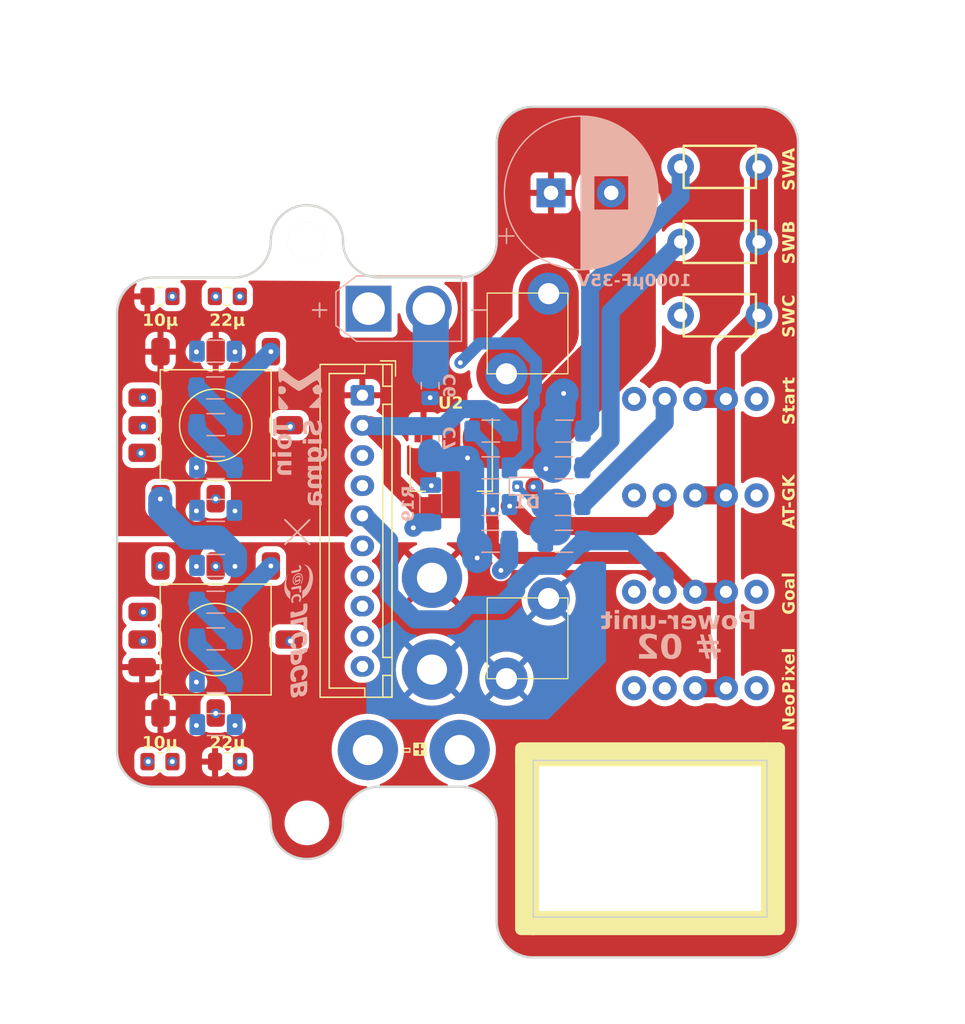
<source format=kicad_pcb>
(kicad_pcb (version 20240108) (generator "pcbnew") (generator_version "8.0")
  (layers (0 "F.Cu" signal) (1 "In1.Cu" signal) (2 "In2.Cu" signal) (31 "B.Cu" signal) (34 "B.Paste" user) (35 "F.Paste" user) (36 "B.SilkS" user "B.Silkscreen") (37 "F.SilkS" user "F.Silkscreen") (38 "B.Mask" user) (39 "F.Mask" user) (44 "Edge.Cuts" user))
  (net 0 "")
  (net 1 "+9V")
  (net 2 "GND")
  (net 3 "+5V")
  (net 4 "+5V_Line")
  (net 5 "+3.3V")
  (net 6 "+v")
  (net 7 "motor-start")
  (net 8 "at-gk")
  (net 9 "whichgoal")
  (net 10 "neopixel")
  (net 11 "swA")
  (net 12 "swB")
  (net 13 "swC")
  (net 14 "Net-(OKLT6W12C1-Trim)")
  (net 15 "Net-(OKLT6W12C2-Trim)")
  (net 16 "Net-(SW2A-B)")
  (net 17 "Net-(R10-Pad2)")
  (net 18 "Net-(R11-Pad2)")
  (net 19 "Net-(R15-Pad2)")
  (net 20 "Net-(R16-Pad2)")
  (net 21 "+v-fuse")
  (net 22 "Net-(D1-A)")
  (footprint "@ToinSigma:[device][sw](tact)(2pVertical)TVBP06-b043CW-B" (layer "F.Cu") (at 184.637747 71.167776 180)
    (property "Reference" "SW8")
    (property "Value" "sw_C")
  )
  (footprint "Connector_JST:JST_XH_B10B-XH-A_1x10_P2.50mm_Vertical" (layer "F.Cu") (at 154.975 77.8 -90)
    (property "Reference" "J3")
    (property "Value" "Conn_01x10_Pin")
  )
  (footprint "Capacitor_SMD:C_0805_2012Metric_Pad1.18x1.45mm_HandSolder" (layer "F.Cu") (at 143.7855 108.204)
    (property "Reference" "C2")
    (property "Value" "22μ")
  )
  (footprint "@3pare:RA1113112R" (layer "F.Cu") (at 178.85 114.6)
    (property "Reference" "REF**")
    (property "Value" "RA1113112R")
    (fp_rect (start 9.7 -6.5) (end -9.7 6.5) (stroke (width 0.12)) (fill none) (layer "Edge.Cuts"))
  )
  (footprint "MountingHole:MountingHole_3.2mm_M3" (layer "F.Cu") (at 150.368 113.283776)
    (property "Reference" "REF**")
    (property "Value" "MountingHole_3.2mm_M3")
  )
  (footprint "@ToinSigma:[device][sw](toggle5p)2MS1-T1-B4-VS2-Q-E-S" (layer "F.Cu") (at 182.605747 102.108)
    (property "Reference" "SW5")
    (property "Value" "NeoPixel_on-off")
  )
  (footprint "@ToinSigma:[device][sw](toggle5p)2MS1-T1-B4-VS2-Q-E-S" (layer "F.Cu") (at 182.605747 78.108)
    (property "Reference" "SW2")
    (property "Value" "motor-start")
  )
  (footprint "@ToinSigma:[device][DCDC]OKL-T6-W12" (layer "F.Cu") (at 142.8 80.283776 90)
    (property "Reference" "OKLT6W12C1")
    (property "Value" "~")
  )
  (footprint "@ToinSigma:[device][DCDC]OKL-T6-W12" (layer "F.Cu") (at 142.8 98.067776 90)
    (property "Reference" "OKLT6W12C2")
    (property "Value" "~")
  )
  (footprint "Package_TO_SOT_SMD:SOT-223-3_TabPin2" (layer "F.Cu") (at 162.35 83.85 -90)
    (property "Reference" "U2")
    (property "Value" "~")
  )
  (footprint "Capacitor_SMD:C_0805_2012Metric_Pad1.18x1.45mm_HandSolder" (layer "F.Cu") (at 138.176 69.596)
    (property "Reference" "C3")
    (property "Value" "10μ")
  )
  (footprint "@ToinSigma:[device][sw](toggle5p)2MS1-T1-B4-VS2-Q-E-S" (layer "F.Cu") (at 182.605747 86.108)
    (property "Reference" "SW3")
    (property "Value" "move_at-gk")
  )
  (footprint "Capacitor_SMD:C_0805_2012Metric_Pad1.18x1.45mm_HandSolder" (layer "F.Cu") (at 138.176 108.204)
    (property "Reference" "C5")
    (property "Value" "10μ")
  )
  (footprint "@ToinSigma:[device][sw](toggle5p)2MS1-T1-B4-VS2-Q-E-S" (layer "F.Cu") (at 182.605747 94.108)
    (property "Reference" "SW4")
    (property "Value" "goal_blue-yellow")
  )
  (footprint "@ToinSigma:[device][sw](tact)(2pVertical)TVBP06-b043CW-B" (layer "F.Cu") (at 184.637747 65.071776 180)
    (property "Reference" "SW7")
    (property "Value" "sw_B")
  )
  (footprint "@ToinSigma:[device][sw](tact)(2pVertical)TVBP06-b043CW-B" (layer "F.Cu") (at 184.637747 58.847776 180)
    (property "Reference" "SW6")
    (property "Value" "sw_A")
  )
  (footprint "@ToinSigma:[hole]vin" (layer "F.Cu") (at 159.237747 107.235776 180)
    (property "Reference" "J1")
    (property "Value" "from-battery")
  )
  (footprint "MountingHole:MountingHole_3.2mm_M3" (layer "F.Cu") (at 150.368 65.024)
    (property "Reference" "REF**")
    (property "Value" "MountingHole_3.2mm_M3")
  )
  (footprint "Capacitor_SMD:C_0805_2012Metric_Pad1.18x1.45mm_HandSolder" (layer "F.Cu") (at 143.764 69.596)
    (property "Reference" "C4")
    (property "Value" "22μ")
  )
  (footprint "@ToinSigma:[hole]2p" (layer "F.Cu") (at 160.75 96.5 90)
    (property "Reference" "SW1")
    (property "Value" "sw_B")
  )
  (footprint "@3pare:mini-fuse-holder" (layer "F.Cu") (at 165.381 85.369 90)
    (property "Reference" "F1")
    (property "Value" "Fuse-15A")
  )
  (footprint "Connector_AMASS:AMASS_XT30U-M_1x02_P5.0mm_Vertical" (layer "B.Cu") (at 155.488 70.612)
    (property "Reference" "J2")
    (property "Value" "Conn_01x02_Pin")
  )
  (footprint "Resistor_SMD:R_1206_3216Metric_Pad1.30x1.75mm_HandSolder" (layer "B.Cu") (at 171.704 83.82 180)
    (property "Reference" "R7")
    (property "Value" "100k")
  )
  (footprint "Resistor_SMD:R_1206_3216Metric_Pad1.30x1.75mm_HandSolder" (layer "B.Cu") (at 171.704 89.916 180)
    (property "Reference" "R4")
    (property "Value" "100k")
  )
  (footprint "Resistor_SMD:R_1206_3216Metric_Pad1.30x1.75mm_HandSolder" (layer "B.Cu") (at 142.8 101.574 180)
    (property "Reference" "R17")
    (property "Value" "10")
  )
  (footprint "Resistor_SMD:R_1206_3216Metric_Pad1.30x1.75mm_HandSolder" (layer "B.Cu") (at 160.65 86.8 -90)
    (property "Reference" "R19")
    (property "Value" "75")
  )
  (footprint "Resistor_SMD:R_1206_3216Metric_Pad1.30x1.75mm_HandSolder" (layer "B.Cu") (at 165.634 80.772 180)
    (property "Reference" "R1")
    (property "Value" "10k")
  )
  (footprint "Resistor_SMD:R_1206_3216Metric_Pad1.30x1.75mm_HandSolder" (layer "B.Cu") (at 142.774 77.19 180)
    (property "Reference" "R10")
    (property "Value" "1k")
  )
  (footprint "Resistor_SMD:R_1206_3216Metric_Pad1.30x1.75mm_HandSolder" (layer "B.Cu") (at 142.8 74.142 180)
    (property "Reference" "R9")
    (property "Value" "20k")
  )
  (footprint "LED_SMD:LED_0603_1608Metric" (layer "B.Cu") (at 168.656 85.344)
    (property "Reference" "D1")
    (property "Value" "LED")
  )
  (footprint "Resistor_SMD:R_1206_3216Metric_Pad1.30x1.75mm_HandSolder" (layer "B.Cu") (at 142.826 105.13 180)
    (property "Reference" "R18")
    (property "Value" "1.2k")
  )
  (footprint "Resistor_SMD:R_1206_3216Metric_Pad1.30x1.75mm_HandSolder" (layer "B.Cu") (at 171.73 80.772 180)
    (property "Reference" "R6")
    (property "Value" "100k")
  )
  (footprint "Capacitor_SMD:C_0805_2012Metric_Pad1.18x1.45mm_HandSolder" (layer "B.Cu") (at 160.6 81.4 90)
    (property "Reference" "C7")
    (property "Value" "10uF")
  )
  (footprint "Resistor_SMD:R_1206_3216Metric_Pad1.30x1.75mm_HandSolder" (layer "B.Cu") (at 142.8 91.922 180)
    (property "Reference" "R14")
    (property "Value" "20k")
  )
  (footprint "Resistor_SMD:R_1206_3216Metric_Pad1.30x1.75mm_HandSolder" (layer "B.Cu") (at 165.634 83.82 180)
    (property "Reference" "R8")
    (property "Value" "100k")
  )
  (footprint "Resistor_SMD:R_1206_3216Metric_Pad1.30x1.75mm_HandSolder" (layer "B.Cu") (at 142.8 98.018 180)
    (property "Reference" "R16")
    (property "Value" "330")
  )
  (footprint "Capacitor_THT:CP_Radial_D12.5mm_P5.00mm" (layer "B.Cu") (at 170.629788 61.007776)
    (property "Reference" "C1")
    (property "Value" "1000μF-35V")
  )
  (footprint "Resistor_SMD:R_1206_3216Metric_Pad1.30x1.75mm_HandSolder" (layer "B.Cu") (at 142.8 80.238 180)
    (property "Reference" "R11")
    (property "Value" "330")
  )
  (footprint "Resistor_SMD:R_1206_3216Metric_Pad1.30x1.75mm_HandSolder" (layer "B.Cu") (at 171.704 86.868 180)
    (property "Reference" "R2")
    (property "Value" "100k")
  )
  (footprint "Resistor_SMD:R_1206_3216Metric_Pad1.30x1.75mm_HandSolder" (layer "B.Cu") (at 165.634 86.868 180)
    (property "Reference" "R3")
    (property "Value" "100k")
  )
  (footprint "Resistor_SMD:R_1206_3216Metric_Pad1.30x1.75mm_HandSolder" (layer "B.Cu") (at 142.8 94.97 180)
    (property "Reference" "R15")
    (property "Value" "1k")
  )
  (footprint "Resistor_SMD:R_1206_3216Metric_Pad1.30x1.75mm_HandSolder" (layer "B.Cu") (at 142.8 83.794 180)
    (property "Reference" "R12")
    (property "Value" "10")
  )
  (footprint "Resistor_SMD:R_1206_3216Metric_Pad1.30x1.75mm_HandSolder" (layer "B.Cu") (at 165.608 89.916 180)
    (property "Reference" "R5")
    (property "Value" "100k")
  )
  (footprint "Resistor_SMD:R_1206_3216Metric_Pad1.30x1.75mm_HandSolder" (layer "B.Cu") (at 142.8 87.35 180)
    (property "Reference" "R13")
    (property "Value" "1.2k")
  )
  (footprint "Capacitor_SMD:C_0805_2012Metric_Pad1.18x1.45mm_HandSolder" (layer "B.Cu") (at 160.6 77 90)
    (property "Reference" "C6")
    (property "Value" "10uF")
  )
  (gr_poly (pts (xy 147.998427 78.507842) (xy 147.999574 78.595692) (xy 148.002169 78.672462) (xy 148.006768 78.738897) (xy 148.009994 78.768472) (xy 148.01393 78.795741) (xy 148.018647 78.820799) (xy 148.024214 78.843738) (xy 148.0307 78.864652) (xy 148.038177 78.883632) (xy 148.046712 78.900774) (xy 148.056377 78.916168) (xy 148.067241 78.929909) (xy 148.079373 78.942089) (xy 148.092844 78.952801) (xy 148.107723 78.962139) (xy 148.12408 78.970196) (xy 148.141984 78.977063) (xy 148.161506 78.982836) (xy 148.182716 78.987605) (xy 148.205682 78.991466) (xy 148.230475 78.994509) (xy 148.28582 78.998519) (xy 148.34931 79.00038) (xy 148.421502 79.000835) (xy 148.51576 78.99895) (xy 148.59745 78.993035) (xy 148.633582 78.988443) (xy 148.666572 78.982696) (xy 148.696421 78.975745) (xy 148.723127 78.967541) (xy 148.746691 78.958035) (xy 148.767114 78.947177) (xy 148.784395 78.934919) (xy 148.798533 78.921212) (xy 148.80953 78.906005) (xy 148.817385 78.889251) (xy 148.822098 78.870901) (xy 148.823669 78.850904) (xy 148.822098 78.829212) (xy 148.817385 78.805777) (xy 148.80953 78.780548) (xy 148.798533 78.753477) (xy 148.784395 78.724514) (xy 148.767114 78.693611) (xy 148.746691 78.660719) (xy 148.723127 78.625788) (xy 148.666572 78.549613) (xy 148.59745 78.464695) (xy 148.51576 78.370641) (xy 148.421502 78.267057) (xy 148.01228 77.80139) (xy 147.998169 78.408168)) (fill solid) (layer "B.SilkS"))
  (gr_line (start 148.555778 90.17) (end 150.587778 88.138) (stroke (width 0.15)) (layer "B.SilkS"))
  (gr_poly (pts (xy 149.003884 96.67885) (xy 149.004536 96.709331) (xy 149.005827 96.738811) (xy 149.00775 96.766423) (xy 149.0103 96.791298) (xy 149.01347 96.812568) (xy 149.017253 96.829365) (xy 149.019373 96.835814) (xy 149.021645 96.84082) (xy 149.024066 96.844274) (xy 149.026638 96.846066) (xy 149.040641 96.845281) (xy 149.072786 96.840047) (xy 149.183095 96.81802) (xy 149.340764 96.783558) (xy 149.528993 96.740233) (xy 149.719273 96.695629) (xy 149.804673 96.676311) (xy 149.880713 96.659623) (xy 149.945244 96.646044) (xy 149.996115 96.636053) (xy 150.031178 96.630131) (xy 150.042109 96.628845) (xy 150.048282 96.628755) (xy 150.084971 96.632988) (xy 150.089204 96.9519) (xy 150.090348 97.03752) (xy 150.09174 97.10796) (xy 150.092565 97.137911) (xy 150.093496 97.164575) (xy 150.094546 97.188122) (xy 150.095731 97.208722) (xy 150.097064 97.226543) (xy 150.098561 97.241756) (xy 150.100236 97.25453) (xy 150.102103 97.265034) (xy 150.103113 97.269488) (xy 150.104176 97.273438) (xy 150.105295 97.276905) (xy 150.106471 97.279911) (xy 150.107706 97.282477) (xy 150.109002 97.284623) (xy 150.11036 97.286372) (xy 150.111782 97.287744) (xy 150.114718 97.289926) (xy 150.11827 97.291707) (xy 150.122492 97.293083) (xy 150.127437 97.29405) (xy 150.133159 97.294603) (xy 150.139712 97.294739) (xy 150.14715 97.294453) (xy 150.155527 97.293741) (xy 150.164895 97.2926) (xy 150.17531 97.291024) (xy 150.199492 97.286554) (xy 150.228502 97.280297) (xy 150.262771 97.272222) (xy 150.395416 97.239766) (xy 150.399649 96.713422) (xy 150.400429 96.566008) (xy 150.400597 96.447714) (xy 150.400426 96.398542) (xy 150.400071 96.355515) (xy 150.399521 96.318255) (xy 150.398767 96.286384) (xy 150.397798 96.259524) (xy 150.396603 96.237296) (xy 150.395173 96.219322) (xy 150.393497 96.205223) (xy 150.392564 96.199509) (xy 150.391565 96.194622) (xy 150.390499 96.190515) (xy 150.389366 96.187141) (xy 150.388163 96.184451) (xy 150.38689 96.1824) (xy 150.385545 96.180939) (xy 150.384127 96.180022) (xy 150.380222 96.179684) (xy 150.372868 96.180231) (xy 150.348562 96.183814) (xy 150.312714 96.19044) (xy 150.266828 96.199777) (xy 150.150963 96.225266) (xy 150.013004 96.257633) (xy 149.351193 96.415677) (xy 149.288449 96.430433) (xy 149.229176 96.444826) (xy 149.174733 96.45849) (xy 149.126474 96.471064) (xy 149.085756 96.482182) (xy 149.053934 96.491481) (xy 149.032365 96.498597) (xy 149.025849 96.501223) (xy 149.022404 96.503167) (xy 149.019978 96.505985) (xy 149.017724 96.510397) (xy 149.013731 96.523573) (xy 149.010421 96.541825) (xy 149.007786 96.564285) (xy 149.005821 96.590086) (xy 149.00452 96.618359) (xy 149.003876 96.648237)) (fill solid) (layer "B.SilkS"))
  (gr_poly (pts (xy 149.076799 92.481157) (xy 149.077267 92.495635) (xy 149.07814 92.509589) (xy 149.079422 92.522664) (xy 149.081118 92.534508) (xy 149.083231 92.544765) (xy 149.085766 92.553084) (xy 149.087193 92.556406) (xy 149.088727 92.559111) (xy 149.090939 92.561737) (xy 149.09452 92.563779) (xy 149.099647 92.565219) (xy 149.106498 92.566034) (xy 149.11525 92.566204) (xy 149.126083 92.565709) (xy 149.154696 92.562638) (xy 149.193761 92.556658) (xy 149.244699 92.547601) (xy 149.387882 92.5196) (xy 149.442779 92.508272) (xy 149.492823 92.497504) (xy 149.538285 92.487195) (xy 149.579441 92.477244) (xy 149.616561 92.467549) (xy 149.649919 92.45801) (xy 149.679788 92.448523) (xy 149.706441 92.43899) (xy 149.718646 92.434174) (xy 149.73015 92.429307) (xy 149.740986 92.424379) (xy 149.751188 92.419375) (xy 149.760791 92.414283) (xy 149.769829 92.409091) (xy 149.778335 92.403786) (xy 149.786345 92.398354) (xy 149.793891 92.392785) (xy 149.801008 92.387064) (xy 149.807731 92.381179) (xy 149.814093 92.375118) (xy 149.820128 92.368867) (xy 149.825871 92.362415) (xy 149.831355 92.355749) (xy 149.836616 92.348855) (xy 149.846062 92.335389) (xy 149.854825 92.321476) (xy 149.862905 92.307156) (xy 149.870306 92.292471) (xy 149.877028 92.277462) (xy 149.883075 92.262169) (xy 149.888447 92.246633) (xy 149.893148 92.230895) (xy 149.897179 92.214996) (xy 149.900543 92.198976) (xy 149.903241 92.182877) (xy 149.905275 92.166739) (xy 149.906648 92.150603) (xy 149.907361 92.13451) (xy 149.907417 92.118501) (xy 149.906818 92.102616) (xy 149.905566 92.086897) (xy 149.903663 92.071384) (xy 149.90111 92.056118) (xy 149.897911 92.041139) (xy 149.894066 92.02649) (xy 149.889579 92.012209) (xy 149.884451 91.998339) (xy 149.878684 91.984921) (xy 149.872281 91.971994) (xy 149.865243 91.9596) (xy 149.857572 91.94778) (xy 149.849271 91.936574) (xy 149.840342 91.926023) (xy 149.830786 91.916168) (xy 149.820607 91.907051) (xy 149.809804 91.898711) (xy 149.801068 91.892538) (xy 149.79329 91.887298) (xy 149.786339 91.883062) (xy 149.780083 91.879903) (xy 149.777174 91.87875) (xy 149.774389 91.877894) (xy 149.771711 91.877343) (xy 149.769125 91.877106) (xy 149.766613 91.877193) (xy 149.764158 91.877612) (xy 149.761745 91.878373) (xy 149.759357 91.879484) (xy 149.756977 91.880955) (xy 149.754589 91.882795) (xy 149.752176 91.885013) (xy 149.749722 91.887617) (xy 149.74721 91.890618) (xy 149.744623 91.894023) (xy 149.739161 91.902084) (xy 149.733202 91.911873) (xy 149.726615 91.923463) (xy 149.711027 91.952333) (xy 149.67716 92.0116) (xy 149.71526 92.051111) (xy 149.719253 92.055425) (xy 149.723031 92.059895) (xy 149.726593 92.064511) (xy 149.729939 92.069262) (xy 149.733067 92.07414) (xy 149.735978 92.079134) (xy 149.741145 92.089431) (xy 149.745436 92.100076) (xy 149.748846 92.110989) (xy 149.751371 92.122093) (xy 149.753007 92.133308) (xy 149.753751 92.144556) (xy 149.753597 92.155759) (xy 149.752542 92.166838) (xy 149.750582 92.177714) (xy 149.747712 92.188309) (xy 149.745935 92.193476) (xy 149.743929 92.198544) (xy 149.741693 92.203502) (xy 149.739228 92.208341) (xy 149.736531 92.213051) (xy 149.733604 92.217622) (xy 149.728146 92.2243) (xy 149.721624 92.230633) (xy 149.713733 92.236706) (xy 149.70417 92.242603) (xy 149.69263 92.248409) (xy 149.678811 92.254209) (xy 149.662408 92.260087) (xy 149.643117 92.266129) (xy 149.594657 92.279041) (xy 149.531 92.293623) (xy 149.449715 92.310554) (xy 149.348371 92.330511) (xy 149.298671 92.339994) (xy 149.251864 92.34923) (xy 149.208994 92.357969) (xy 149.1711 92.365965) (xy 149.139226 92.372968) (xy 149.114413 92.378731) (xy 149.097703 92.383006) (xy 149.092712 92.384507) (xy 149.090138 92.385544) (xy 149.088596 92.386839) (xy 149.087145 92.388842) (xy 149.085787 92.391509) (xy 149.084521 92.394796) (xy 149.082268 92.403053) (xy 149.080392 92.413259) (xy 149.078896 92.425061) (xy 149.077785 92.438105) (xy 149.077062 92.452038) (xy 149.076732 92.466507)) (fill solid) (layer "B.SilkS"))
  (gr_poly (pts (xy 150.02006 94.643322) (xy 150.030415 94.637506) (xy 150.044159 94.628814) (xy 150.060715 94.617674) (xy 150.079503 94.604516) (xy 150.099945 94.589771) (xy 150.121462 94.573869) (xy 150.143474 94.557239) (xy 150.165404 94.540311) (xy 150.22693 94.488828) (xy 150.286071 94.433912) (xy 150.342789 94.375636) (xy 150.397047 94.31407) (xy 150.448808 94.249288) (xy 150.498035 94.181362) (xy 150.544691 94.110365) (xy 150.588738 94.036368) (xy 150.630139 93.959444) (xy 150.668857 93.879665) (xy 150.704855 93.797105) (xy 150.738095 93.711834) (xy 150.768541 93.623926) (xy 150.796155 93.533453) (xy 150.820899 93.440486) (xy 150.842738 93.3451) (xy 150.850923 93.301959) (xy 150.858015 93.25642) (xy 150.864011 93.208897) (xy 150.86891 93.159803) (xy 150.872708 93.109552) (xy 150.875406 93.058556) (xy 150.876999 93.007229) (xy 150.877486 92.955986) (xy 150.876866 92.905238) (xy 150.875136 92.8554) (xy 150.872293 92.806885) (xy 150.868336 92.760106) (xy 150.863263 92.715477) (xy 150.857072 92.673411) (xy 150.849761 92.634321) (xy 150.841327 92.598622) (xy 150.819511 92.522087) (xy 150.795325 92.449631) (xy 150.768745 92.38123) (xy 150.739749 92.316863) (xy 150.708313 92.256505) (xy 150.674416 92.200134) (xy 150.656537 92.173437) (xy 150.638034 92.147729) (xy 150.618904 92.123005) (xy 150.599145 92.099265) (xy 150.578753 92.076504) (xy 150.557725 92.05472) (xy 150.53606 92.03391) (xy 150.513753 92.014072) (xy 150.490803 91.995202) (xy 150.467205 91.977297) (xy 150.442959 91.960355) (xy 150.418059 91.944373) (xy 150.392505 91.929348) (xy 150.366292 91.915278) (xy 150.339419 91.902158) (xy 150.311882 91.889988) (xy 150.283678 91.878763) (xy 150.254804 91.86848) (xy 150.225259 91.859138) (xy 150.195038 91.850733) (xy 150.156748 91.841095) (xy 150.141364 91.837403) (xy 150.128429 91.834483) (xy 150.1179 91.832348) (xy 150.109734 91.831013) (xy 150.106524 91.83065) (xy 150.103888 91.830493) (xy 150.101821 91.830542) (xy 150.100317 91.830801) (xy 150.099371 91.83127) (xy 150.098978 91.831953) (xy 150.099133 91.832849) (xy 150.099829 91.833962) (xy 150.101062 91.835293) (xy 150.102825 91.836844) (xy 150.107924 91.840613) (xy 150.115081 91.845282) (xy 150.124253 91.850868) (xy 150.148471 91.864844) (xy 150.206292 91.90114) (xy 150.260134 91.941692) (xy 150.309953 91.98639) (xy 150.355706 92.035125) (xy 150.39735 92.087788) (xy 150.434841 92.144269) (xy 150.468136 92.204458) (xy 150.497192 92.268245) (xy 150.521965 92.335522) (xy 150.542411 92.406179) (xy 150.558487 92.480105) (xy 150.570151 92.557192) (xy 150.577358 92.637331) (xy 150.580064 92.72041) (xy 150.578228 92.806321) (xy 150.571805 92.894955) (xy 150.561621 92.984112) (xy 150.548549 93.070575) (xy 150.532607 93.154297) (xy 150.513817 93.235231) (xy 150.492199 93.313329) (xy 150.467774 93.388544) (xy 150.440562 93.460827) (xy 150.410585 93.530132) (xy 150.377863 93.59641) (xy 150.342416 93.659615) (xy 150.304266 93.719698) (xy 150.263433 93.776613) (xy 150.219937 93.830311) (xy 150.173799 93.880746) (xy 150.125041 93.927869) (xy 150.073682 93.971633) (xy 149.979138 94.047833) (xy 149.979138 94.6659)) (fill solid) (layer "B.SilkS"))
  (gr_poly (pts (xy 148.99628 98.287946) (xy 148.997004 98.333377) (xy 148.998068 98.371301) (xy 148.999694 98.406846) (xy 149.001916 98.440146) (xy 149.004765 98.471336) (xy 149.008277 98.500549) (xy 149.012482 98.527921) (xy 149.017416 98.553585) (xy 149.02311 98.577676) (xy 149.029598 98.600329) (xy 149.036912 98.621677) (xy 149.045087 98.641855) (xy 149.054154 98.660998) (xy 149.064148 98.679239) (xy 149.075101 98.696714) (xy 149.087045 98.713556) (xy 149.100016 98.7299) (xy 149.107471 98.738249) (xy 149.115523 98.746355) (xy 149.124131 98.754208) (xy 149.133257 98.761796) (xy 149.152896 98.776133) (xy 149.174121 98.789277) (xy 149.196611 98.801139) (xy 149.220045 98.811631) (xy 149.244104 98.820664) (xy 149.268467 98.828148) (xy 149.292813 98.833996) (xy 149.316822 98.838117) (xy 149.340174 98.840424) (xy 149.362548 98.840826) (xy 149.373269 98.840286) (xy 149.383624 98.839236) (xy 149.393576 98.837666) (xy 149.403082 98.835565) (xy 149.412104 98.832921) (xy 149.420601 98.829723) (xy 149.428533 98.825961) (xy 149.43586 98.821622) (xy 149.447099 98.813651) (xy 149.451692 98.809703) (xy 149.45566 98.805482) (xy 149.459049 98.800765) (xy 149.461905 98.795329) (xy 149.464273 98.78895) (xy 149.466199 98.781405) (xy 149.467728 98.772471) (xy 149.468905 98.761925) (xy 149.469777 98.749544) (xy 149.470388 98.735103) (xy 149.471011 98.699153) (xy 149.471138 98.652289) (xy 149.470948 98.621977) (xy 149.47041 98.59289) (xy 149.469575 98.56572) (xy 149.468492 98.541164) (xy 149.46721 98.519914) (xy 149.46578 98.502667) (xy 149.46425 98.490115) (xy 149.463464 98.485818) (xy 149.462671 98.482955) (xy 149.461635 98.480495) (xy 149.460136 98.477892) (xy 149.458206 98.47517) (xy 149.45588 98.47235) (xy 149.45319 98.469456) (xy 149.45017 98.46651) (xy 149.446851 98.463535) (xy 149.443268 98.460554) (xy 149.439454 98.457589) (xy 149.435441 98.454664) (xy 149.431263 98.451801) (xy 149.426952 98.449022) (xy 149.422543 98.446351) (xy 149.418067 98.443811) (xy 149.413558 98.441423) (xy 149.409049 98.439211) (xy 149.396296 98.432524) (xy 149.384487 98.425138) (xy 149.373603 98.417017) (xy 149.363629 98.408122) (xy 149.354547 98.398417) (xy 149.346343 98.387865) (xy 149.338998 98.376428) (xy 149.332496 98.364069) (xy 149.326821 98.350751) (xy 149.321957 98.336437) (xy 149.317886 98.321089) (xy 149.314593 98.30467) (xy 149.31206 98.287143) (xy 149.310271 98.268472) (xy 149.30921 98.248618) (xy 149.30886 98.227544) (xy 149.309478 98.206131) (xy 149.310831 98.185756) (xy 149.312956 98.166332) (xy 149.315893 98.147772) (xy 149.319683 98.129989) (xy 149.324363 98.112897) (xy 149.329973 98.096408) (xy 149.336553 98.080436) (xy 149.344142 98.064894) (xy 149.352778 98.049695) (xy 149.362502 98.034752) (xy 149.373352 98.019979) (xy 149.385368 98.005288) (xy 149.39859 97.990593) (xy 149.413055 97.975807) (xy 149.428804 97.960844) (xy 149.45219 97.940421) (xy 149.462858 97.931754) (xy 149.473276 97.923935) (xy 149.483769 97.916826) (xy 149.494661 97.910292) (xy 149.506276 97.904196) (xy 149.518939 97.898402) (xy 149.532975 97.892774) (xy 149.548708 97.887174) (xy 149.566462 97.881467) (xy 149.586562 97.875516) (xy 149.6351 97.862336) (xy 149.696916 97.846544) (xy 149.75275 97.833277) (xy 149.803934 97.823156) (xy 149.827827 97.819297) (xy 149.850612 97.816251) (xy 149.872306 97.814027) (xy 149.892928 97.812633) (xy 149.912495 97.812079) (xy 149.931027 97.812372) (xy 149.948541 97.813522) (xy 149.965054 97.815538) (xy 149.980586 97.818428) (xy 149.995154 97.822202) (xy 150.008776 97.826867) (xy 150.021471 97.832433) (xy 150.033256 97.838908) (xy 150.04415 97.846302) (xy 150.054171 97.854623) (xy 150.063336 97.86388) (xy 150.071664 97.874081) (xy 150.079173 97.885236) (xy 150.085881 97.897353) (xy 150.091806 97.910441) (xy 150.096967 97.924509) (xy 150.10138 97.939565) (xy 150.105065 97.955619) (xy 150.10804 97.972679) (xy 150.110321 97.990753) (xy 150.111929 98.009852) (xy 150.11288 98.029983) (xy 150.113193 98.051155) (xy 150.11243 98.080593) (xy 150.111832 98.093729) (xy 150.111055 98.105946) (xy 150.11007 98.117344) (xy 150.108852 98.128025) (xy 150.107374 98.13809) (xy 150.105609 98.14764) (xy 150.103529 98.156777) (xy 150.101108 98.165601) (xy 150.098319 98.174215) (xy 150.095135 98.182719) (xy 150.09153 98.191215) (xy 150.087476 98.199804) (xy 150.082947 98.208588) (xy 150.077916 98.217666) (xy 150.074479 98.223681) (xy 150.071061 98.229531) (xy 150.06768 98.235188) (xy 150.064356 98.240619) (xy 150.061105 98.245794) (xy 150.057948 98.250681) (xy 150.054902 98.255251) (xy 150.051986 98.25947) (xy 150.04922 98.26331) (xy 150.04662 98.266738) (xy 150.044207 98.269724) (xy 150.041998 98.272236) (xy 150.040013 98.274245) (xy 150.03911 98.27505) (xy 150.038269 98.275717) (xy 150.037494 98.276243) (xy 150.036786 98.276624) (xy 150.036148 98.276855) (xy 150.035582 98.276933) (xy 150.034561 98.277144) (xy 150.033105 98.277765) (xy 150.031238 98.278775) (xy 150.02899 98.280152) (xy 150.023453 98.283928) (xy 150.016709 98.288927) (xy 150.008972 98.294985) (xy 150.000459 98.301936) (xy 149.991383 98.309614) (xy 149.98196 98.317855) (xy 149.967055 98.332104) (xy 149.961025 98.338412) (xy 149.955854 98.344534) (xy 149.951478 98.350738) (xy 149.947829 98.357295) (xy 149.944841 98.364471) (xy 149.942449 98.372536) (xy 149.940586 98.381758) (xy 149.939186 98.392407) (xy 149.938183 98.404751) (xy 149.93751 98.419058) (xy 149.936893 98.454639) (xy 149.936805 98.501299) (xy 149.936878 98.529653) (xy 149.937124 98.555024) (xy 149.937586 98.577571) (xy 149.93791 98.587835) (xy 149.938304 98.597454) (xy 149.938772 98.606446) (xy 149.939319 98.614831) (xy 149.939952 98.62263) (xy 149.940674 98.629862) (xy 149.941491 98.636548) (xy 149.942409 98.642707) (xy 149.943432 98.648359) (xy 149.944566 98.653523) (xy 149.945815 98.658221) (xy 149.947185 98.662471) (xy 149.948682 98.666294) (xy 149.950309 98.66971) (xy 149.952073 98.672738) (xy 149.953979 98.675398) (xy 149.956031 98.67771) (xy 149.958236 98.679695) (xy 149.960597 98.681372) (xy 149.963121 98.68276) (xy 149.965812 98.68388) (xy 149.968676 98.684752) (xy 149.971717 98.685396) (xy 149.974942 98.685831) (xy 149.978354 98.686077) (xy 149.98196 98.686155) (xy 149.993043 98.685329) (xy 150.005538 98.68292) (xy 150.019269 98.67903) (xy 150.034061 98.673764) (xy 150.049737 98.667224) (xy 150.066122 98.659515) (xy 150.083041 98.650739) (xy 150.100317 98.641) (xy 150.117775 98.630401) (xy 150.135239 98.619045) (xy 150.152534 98.607036) (xy 150.169483 98.594477) (xy 150.185912 98.581472) (xy 150.201644 98.568124) (xy 150.216504 98.554536) (xy 150.230316 98.540811) (xy 150.254299 98.513856) (xy 150.276529 98.486367) (xy 150.29704 98.458242) (xy 150.315864 98.429377) (xy 150.333034 98.399669) (xy 150.348584 98.369013) (xy 150.362547 98.337308) (xy 150.374954 98.30445) (xy 150.385841 98.270334) (xy 150.395239 98.234859) (xy 150.403182 98.197919) (xy 150.409703 98.159414) (xy 150.414835 98.119238) (xy 150.418611 98.077288) (xy 150.421064 98.033462) (xy 150.422227 97.987655) (xy 150.421889 97.94489) (xy 150.420322 97.904366) (xy 150.417486 97.865976) (xy 150.413341 97.82961) (xy 150.407848 97.795164) (xy 150.400969 97.762528) (xy 150.392663 97.731595) (xy 150.382892 97.702258) (xy 150.377444 97.688154) (xy 150.371616 97.674409) (xy 150.365401 97.661009) (xy 150.358796 97.647941) (xy 150.351794 97.635191) (xy 150.344392 97.622747) (xy 150.336584 97.610593) (xy 150.328366 97.598718) (xy 150.319732 97.587107) (xy 150.310678 97.575747) (xy 150.291288 97.553728) (xy 150.270158 97.532551) (xy 150.247249 97.512111) (xy 150.234006 97.501331) (xy 150.220217 97.491223) (xy 150.205899 97.481796) (xy 150.191069 97.473063) (xy 150.175742 97.465032) (xy 150.159936 97.457714) (xy 150.143667 97.45112) (xy 150.126952 97.445259) (xy 150.109806 97.440143) (xy 150.092247 97.435781) (xy 150.074291 97.432184) (xy 150.055955 97.429362) (xy 150.037255 97.427326) (xy 150.018208 97.426085) (xy 149.99883 97.425651) (xy 149.979138 97.426033) (xy 149.954672 97.427573) (xy 149.92516 97.431008) (xy 149.853968 97.442812) (xy 149.771498 97.459941) (xy 149.683686 97.48089) (xy 149.59647 97.504154) (xy 149.515786 97.528228) (xy 149.447571 97.551608) (xy 149.419994 97.562567) (xy 149.39776 97.572789) (xy 149.36559 97.590583) (xy 149.333745 97.611029) (xy 149.302383 97.633935) (xy 149.271664 97.659109) (xy 149.241747 97.686358) (xy 149.212791 97.71549) (xy 149.184956 97.746313) (xy 149.1584 97.778635) (xy 149.133283 97.812262) (xy 149.109764 97.847005) (xy 149.088001 97.882669) (xy 149.068155 97.919062) (xy 149.050384 97.955993) (xy 149.034848 97.99327) (xy 149.021705 98.030699) (xy 149.011115 98.068089) (xy 149.006747 98.088517) (xy 149.003156 98.112715) (xy 149.000325 98.140617) (xy 148.998239 98.172158) (xy 148.99688 98.20727) (xy 148.996233 98.245889)) (fill solid) (layer "B.SilkS"))
  (gr_poly (pts (xy 150.538825 78.819995) (xy 150.54077 78.822517) (xy 150.548394 78.827312) (xy 150.560772 78.831777) (xy 150.577636 78.835911) (xy 150.623745 78.843187) (xy 150.684572 78.84914) (xy 150.757966 78.85377) (xy 150.841778 78.857078) (xy 150.933859 78.859062) (xy 151.032058 78.859724) (xy 151.116669 78.859441) (xy 151.191028 78.858125) (xy 151.255796 78.855073) (xy 151.311634 78.849581) (xy 151.336411 78.845701) (xy 151.359204 78.840948) (xy 151.380095 78.835233) (xy 151.399167 78.82847) (xy 151.416503 78.820569) (xy 151.432185 78.811444) (xy 151.446296 78.801006) (xy 151.458919 78.789168) (xy 151.470136 78.775841) (xy 151.48003 78.760939) (xy 151.488684 78.744372) (xy 151.496181 78.726054) (xy 151.502603 78.705896) (xy 151.508032 78.68381) (xy 151.512552 78.659709) (xy 151.516245 78.633505) (xy 151.521482 78.574435) (xy 151.524403 78.505898) (xy 151.525671 78.427192) (xy 151.525947 78.337612) (xy 151.525947 77.815501) (xy 151.032058 78.295279) (xy 150.841778 78.486) (xy 150.757966 78.570859) (xy 150.684572 78.646293) (xy 150.623745 78.710482) (xy 150.598716 78.737791) (xy 150.577636 78.761607) (xy 150.560772 78.781703) (xy 150.548394 78.79785) (xy 150.54077 78.809821) (xy 150.538825 78.81417) (xy 150.538169 78.81739)) (fill solid) (layer "B.SilkS"))
  (gr_poly (pts (xy 149.075145 93.842516) (xy 149.075928 93.857338) (xy 149.077347 93.871659) (xy 149.079389 93.885112) (xy 149.082046 93.897329) (xy 149.085306 93.907942) (xy 149.087159 93.912532) (xy 149.089159 93.916583) (xy 149.091305 93.920049) (xy 149.093596 93.922884) (xy 149.096029 93.925042) (xy 149.098604 93.926477) (xy 149.102216 93.926961) (xy 149.108708 93.926841) (xy 149.129693 93.92489) (xy 149.160269 93.920822) (xy 149.199146 93.914836) (xy 149.296645 93.897902) (xy 149.411871 93.875677) (xy 149.623009 93.835108) (xy 149.691073 93.822496) (xy 149.711388 93.819034) (xy 149.720904 93.817822) (xy 149.723204 93.818391) (xy 149.725344 93.820129) (xy 149.727332 93.823077) (xy 149.729173 93.827281) (xy 149.730873 93.832782) (xy 149.732439 93.839625) (xy 149.735192 93.857509) (xy 149.737482 93.881281) (xy 149.739359 93.911286) (xy 149.740872 93.947873) (xy 149.742071 93.991389) (xy 149.746304 94.163544) (xy 149.788638 94.160722) (xy 149.826002 94.158296) (xy 149.840849 94.156852) (xy 149.853395 94.154548) (xy 149.863832 94.150855) (xy 149.86832 94.148322) (xy 149.872354 94.145244) (xy 149.875956 94.141553) (xy 149.879151 94.137185) (xy 149.881963 94.132072) (xy 149.884417 94.12615) (xy 149.888343 94.111608) (xy 149.891123 94.093033) (xy 149.892947 94.069893) (xy 149.894008 94.041659) (xy 149.894612 93.967796) (xy 149.894471 93.867211) (xy 149.894435 93.823658) (xy 149.894311 93.784892) (xy 149.89408 93.750641) (xy 149.893721 93.720632) (xy 149.893214 93.694591) (xy 149.892897 93.682973) (xy 149.892536 93.672246) (xy 149.892128 93.662374) (xy 149.891669 93.653324) (xy 149.891157 93.645061) (xy 149.890591 93.637552) (xy 149.889966 93.630763) (xy 149.889281 93.624658) (xy 149.888533 93.619205) (xy 149.887719 93.614368) (xy 149.886837 93.610115) (xy 149.885884 93.60641) (xy 149.884858 93.60322) (xy 149.884316 93.601807) (xy 149.883755 93.600511) (xy 149.883175 93.599326) (xy 149.882575 93.598248) (xy 149.881954 93.597273) (xy 149.881313 93.596397) (xy 149.880651 93.595616) (xy 149.879967 93.594925) (xy 149.879262 93.59432) (xy 149.878535 93.593797) (xy 149.877786 93.593351) (xy 149.877015 93.592979) (xy 149.87622 93.592675) (xy 149.875402 93.592437) (xy 149.874561 93.592259) (xy 149.873696 93.592137) (xy 149.871893 93.592044) (xy 149.824938 93.598314) (xy 149.73173 93.614953) (xy 149.470256 93.666304) (xy 149.214867 93.720036) (xy 149.129266 93.739651) (xy 149.09296 93.750088) (xy 149.090537 93.752549) (xy 149.088295 93.755666) (xy 149.086232 93.759394) (xy 149.084347 93.763687) (xy 149.082639 93.768499) (xy 149.081106 93.773783) (xy 149.078562 93.785587) (xy 149.076704 93.79873) (xy 149.075522 93.812844) (xy 149.075006 93.827563)) (fill solid) (layer "B.SilkS"))
  (gr_poly (pts (xy 148.992732 101.126041) (xy 148.994168 101.160397) (xy 148.996343 101.193457) (xy 148.999262 101.224773) (xy 149.00293 101.253895) (xy 149.00735 101.280376) (xy 149.012527 101.303766) (xy 149.022531 101.338874) (xy 149.034024 101.371701) (xy 149.047005 101.40225) (xy 149.054054 101.416671) (xy 149.061475 101.430524) (xy 149.069267 101.443808) (xy 149.077432 101.456524) (xy 149.085969 101.468671) (xy 149.094878 101.480252) (xy 149.104159 101.491264) (xy 149.113812 101.50171) (xy 149.123838 101.511589) (xy 149.134235 101.520901) (xy 149.145004 101.529647) (xy 149.156146 101.537827) (xy 149.167659 101.54544) (xy 149.179545 101.552489) (xy 149.191803 101.558971) (xy 149.204432 101.564889) (xy 149.217434 101.570242) (xy 149.230808 101.57503) (xy 149.244554 101.579255) (xy 149.258672 101.582915) (xy 149.273162 101.586011) (xy 149.288024 101.588544) (xy 149.303258 101.590513) (xy 149.318865 101.591919) (xy 149.351193 101.593044) (xy 149.360148 101.592963) (xy 149.368989 101.592722) (xy 149.377669 101.592328) (xy 149.38614 101.591787) (xy 149.394355 101.591106) (xy 149.402266 101.590291) (xy 149.409826 101.589347) (xy 149.416986 101.588282) (xy 149.423701 101.5871) (xy 149.429921 101.585809) (xy 149.435599 101.584415) (xy 149.440689 101.582924) (xy 149.445141 101.581341) (xy 149.44891 101.579674) (xy 149.450523 101.578811) (xy 149.451947 101.577929) (xy 149.453176 101.577028) (xy 149.454204 101.576111) (xy 149.456255 101.573432) (xy 149.458173 101.569631) (xy 149.459959 101.56471) (xy 149.461613 101.55867) (xy 149.463134 101.551514) (xy 149.464523 101.543244) (xy 149.466904 101.52337) (xy 149.468757 101.499064) (xy 149.470079 101.470343) (xy 149.470873 101.437224) (xy 149.471138 101.399721) (xy 149.471138 101.240267) (xy 149.414693 101.204988) (xy 149.400963 101.19585) (xy 149.388326 101.186388) (xy 149.376751 101.176541) (xy 149.366208 101.166249) (xy 149.356666 101.155453) (xy 149.348093 101.144093) (xy 149.340458 101.132109) (xy 149.333731 101.11944) (xy 149.32788 101.106027) (xy 149.322875 101.09181) (xy 149.318684 101.07673) (xy 149.315276 101.060725) (xy 149.312621 101.043736) (xy 149.310687 101.025703) (xy 149.309444 101.006567) (xy 149.30886 100.986266) (xy 149.309186 100.96937) (xy 149.310165 100.952815) (xy 149.311796 100.936601) (xy 149.314077 100.92073) (xy 149.317009 100.905203) (xy 149.32059 100.890021) (xy 149.324819 100.875186) (xy 149.329696 100.8607) (xy 149.33522 100.846562) (xy 149.34139 100.832775) (xy 149.348206 100.81934) (xy 149.355666 100.806259) (xy 149.363771 100.793532) (xy 149.372518 100.78116) (xy 149.381908 100.769146) (xy 149.391939 100.75749) (xy 149.402611 100.746194) (xy 149.413923 100.735258) (xy 149.425875 100.724685) (xy 149.438464 100.714476) (xy 149.451692 100.704631) (xy 149.465556 100.695153) (xy 149.495193 100.677299) (xy 149.527368 100.660926) (xy 149.562075 100.646043) (xy 149.599307 100.63266) (xy 149.63906 100.620789) (xy 149.685193 100.608668) (xy 149.727927 100.598239) (xy 149.767437 100.589504) (xy 149.803895 100.582468) (xy 149.837477 100.577136) (xy 149.853243 100.57511) (xy 149.868355 100.573511) (xy 149.882834 100.57234) (xy 149.896702 100.571597) (xy 149.909981 100.571284) (xy 149.922693 100.5714) (xy 149.93486 100.571946) (xy 149.946502 100.572922) (xy 149.957642 100.574329) (xy 149.968301 100.576168) (xy 149.978501 100.578438) (xy 149.988265 100.581142) (xy 149.997612 100.584278) (xy 150.006566 100.587848) (xy 150.015148 100.591852) (xy 150.02338 100.59629) (xy 150.031283 100.601164) (xy 150.038878 100.606474) (xy 150.046189 100.612219) (xy 150.053236 100.618401) (xy 150.060041 100.62502) (xy 150.066627 100.632077) (xy 150.07524 100.64281) (xy 150.083083 100.654834) (xy 150.090145 100.668054) (xy 150.096414 100.68237) (xy 150.101882 100.697688) (xy 150.106537 100.713908) (xy 150.11037 100.730935) (xy 150.11337 100.748671) (xy 150.115526 100.767018) (xy 150.116829 100.78588) (xy 150.117267 100.80516) (xy 150.116831 100.82476) (xy 150.115511 100.844584) (xy 150.113295 100.864533) (xy 150.110174 100.884512) (xy 150.106138 100.904422) (xy 150.103448 100.915651) (xy 150.100631 100.926123) (xy 150.097624 100.935943) (xy 150.094364 100.945212) (xy 150.09079 100.954035) (xy 150.08684 100.962515) (xy 150.082451 100.970755) (xy 150.077563 100.978858) (xy 150.072112 100.986929) (xy 150.066037 100.995069) (xy 150.059276 101.003384) (xy 150.051766 101.011975) (xy 150.043446 101.020947) (xy 150.034254 101.030402) (xy 150.024127 101.040445) (xy 150.013004 101.051178) (xy 149.936805 101.123144) (xy 149.936805 101.262845) (xy 149.937072 101.296857) (xy 149.937409 101.312401) (xy 149.937885 101.326984) (xy 149.938501 101.340616) (xy 149.93926 101.353307) (xy 149.940164 101.365068) (xy 149.941214 101.375909) (xy 149.942413 101.385841) (xy 149.943764 101.394874) (xy 149.945267 101.403018) (xy 149.946925 101.410283) (xy 149.94874 101.41668) (xy 149.950714 101.42222) (xy 149.95285 101.426912) (xy 149.955149 101.430766) (xy 149.95844 101.434984) (xy 149.961504 101.43864) (xy 149.964444 101.441739) (xy 149.967364 101.444282) (xy 149.968848 101.445346) (xy 149.970366 101.446271) (xy 149.97193 101.447058) (xy 149.973554 101.447708) (xy 149.97525 101.44822) (xy 149.977031 101.448595) (xy 149.978911 101.448833) (xy 149.980902 101.448934) (xy 149.985268 101.448728) (xy 149.990234 101.447978) (xy 149.995902 101.446687) (xy 150.002377 101.444856) (xy 150.009761 101.442487) (xy 150.018158 101.439583) (xy 150.038404 101.432178) (xy 150.065741 101.420586) (xy 150.092655 101.40704) (xy 150.119057 101.391638) (xy 150.144855 101.374477) (xy 150.169959 101.355654) (xy 150.194277 101.335266) (xy 150.217719 101.313411) (xy 150.240193 101.290185) (xy 150.261609 101.265686) (xy 150.281876 101.24001) (xy 150.300903 101.213256) (xy 150.318598 101.18552) (xy 150.334871 101.156899) (xy 150.349632 101.12749) (xy 150.362788 101.097392) (xy 150.374249 101.0667) (xy 150.380241 101.046542) (xy 150.386464 101.022646) (xy 150.392753 100.995907) (xy 150.398943 100.967216) (xy 150.404869 100.937467) (xy 150.410365 100.907553) (xy 150.415265 100.878366) (xy 150.419404 100.8508) (xy 150.423045 100.816053) (xy 150.42551 100.781944) (xy 150.426815 100.748499) (xy 150.426975 100.715744) (xy 150.426006 100.683705) (xy 150.423922 100.652409) (xy 150.420739 100.621881) (xy 150.416472 100.592148) (xy 150.411136 100.563235) (xy 150.404747 100.535169) (xy 150.39732 100.507975) (xy 150.38887 100.481681) (xy 150.379412 100.456312) (xy 150.368962 100.431894) (xy 150.357534 100.408453) (xy 150.345145 100.386015) (xy 150.331809 100.364607) (xy 150.317541 100.344254) (xy 150.302357 100.324982) (xy 150.286272 100.306819) (xy 150.269302 100.289789) (xy 150.25146 100.273919) (xy 150.232764 100.259235) (xy 150.213228 100.245763) (xy 150.192867 100.23353) (xy 150.171696 100.22256) (xy 150.149731 100.212881) (xy 150.126987 100.204519) (xy 150.10348 100.197499) (xy 150.079224 100.191847) (xy 150.054234 100.187591) (xy 150.028527 100.184755) (xy 150.004263 100.184374) (xy 149.973854 100.186271) (xy 149.938166 100.190243) (xy 149.898065 100.196088) (xy 149.808087 100.212586) (xy 149.71085 100.234144) (xy 149.613282 100.259142) (xy 149.522313 100.285959) (xy 149.481467 100.299543) (xy 149.44487 100.312974) (xy 149.413386 100.326049) (xy 149.387882 100.338567) (xy 149.355546 100.356944) (xy 149.324189 100.377108) (xy 149.293866 100.398991) (xy 149.26463 100.422528) (xy 149.236536 100.447652) (xy 149.209636 100.474298) (xy 149.183984 100.502399) (xy 149.159635 100.531889) (xy 149.136642 100.562702) (xy 149.115058 100.594771) (xy 149.094938 100.628032) (xy 149.076335 100.662416) (xy 149.059303 100.697859) (xy 149.043896 100.734295) (xy 149.030168 100.771656) (xy 149.018171 100.809877) (xy 149.012434 100.832524) (xy 149.007395 100.858359) (xy 149.003059 100.886936) (xy 148.99943 100.917805) (xy 148.996512 100.950518) (xy 148.994309 100.984626) (xy 148.992065 101.055234)) (fill solid) (layer "B.SilkS"))
  (gr_poly (pts (xy 149.006 99.425401) (xy 149.007673 99.562861) (xy 149.010785 99.689389) (xy 149.015252 99.790154) (xy 149.020993 99.850322) (xy 149.024525 99.868365) (xy 149.028741 99.886449) (xy 149.033597 99.904483) (xy 149.039051 99.922377) (xy 149.045059 99.940039) (xy 149.051577 99.957379) (xy 149.058563 99.974305) (xy 149.065972 99.990728) (xy 149.073762 100.006554) (xy 149.081889 100.021695) (xy 149.090309 100.036058) (xy 149.098979 100.049553) (xy 149.107856 100.062089) (xy 149.116896 100.073575) (xy 149.126057 100.08392) (xy 149.135293 100.093033) (xy 149.145393 100.101706) (xy 149.156562 100.110223) (xy 149.168677 100.118529) (xy 149.181617 100.126569) (xy 149.19526 100.134286) (xy 149.209484 100.141625) (xy 149.224167 100.14853) (xy 149.239186 100.154945) (xy 149.254421 100.160815) (xy 149.269749 100.166083) (xy 149.285047 100.170693) (xy 149.300195 100.174591) (xy 149.31507 100.177719) (xy 149.32955 100.180023) (xy 149.343513 100.181446) (xy 149.356838 100.181933) (xy 149.385721 100.180956) (xy 149.415597 100.178088) (xy 149.446234 100.173422) (xy 149.4774 100.16705) (xy 149.508863 100.159066) (xy 149.540392 100.149563) (xy 149.571757 100.138633) (xy 149.602724 100.12637) (xy 149.633063 100.112867) (xy 149.662542 100.098217) (xy 149.690929 100.082513) (xy 149.717994 100.065847) (xy 149.743504 100.048313) (xy 149.767229 100.030004) (xy 149.788936 100.011013) (xy 149.808393 99.991433) (xy 149.830542 99.966109) (xy 149.850978 99.939787) (xy 149.869738 99.912328) (xy 149.886864 99.883593) (xy 149.902394 99.853445) (xy 149.916368 99.821744) (xy 149.928825 99.788353) (xy 149.939803 99.753132) (xy 149.949343 99.715943) (xy 149.957483 99.676648) (xy 149.964264 99.635108) (xy 149.969723 99.591185) (xy 149.973901 99.544739) (xy 149.976836 99.495634) (xy 149.978569 99.44373) (xy 149.979138 99.388888) (xy 149.979138 99.196977) (xy 150.17246 99.150411) (xy 150.211999 99.141324) (xy 150.249586 99.132221) (xy 150.284329 99.123349) (xy 150.315335 99.114957) (xy 150.341711 99.107292) (xy 150.362563 99.100603) (xy 150.370639 99.097702) (xy 150.376999 99.095138) (xy 150.381532 99.092941) (xy 150.384127 99.091144) (xy 150.386426 99.089024) (xy 150.388561 99.085825) (xy 150.390536 99.081526) (xy 150.392351 99.076107) (xy 150.394009 99.069547) (xy 150.395512 99.061825) (xy 150.398061 99.042814) (xy 150.400016 99.018908) (xy 150.401391 98.989941) (xy 150.402204 98.95575) (xy 150.402471 98.916167) (xy 150.402419 98.892251) (xy 150.402253 98.870691) (xy 150.40196 98.851364) (xy 150.401523 98.834146) (xy 150.400929 98.818912) (xy 150.400164 98.805538) (xy 150.399713 98.79951) (xy 150.399213 98.7939) (xy 150.398663 98.788694) (xy 150.398061 98.783875) (xy 150.397406 98.779428) (xy 150.396695 98.775338) (xy 150.395926 98.771589) (xy 150.395099 98.768165) (xy 150.39421 98.765052) (xy 150.393259 98.762233) (xy 150.392243 98.759693) (xy 150.39116 98.757417) (xy 150.39001 98.755388) (xy 150.388789 98.753593) (xy 150.387496 98.752014) (xy 150.38613 98.750637) (xy 150.384689 98.749446) (xy 150.38317 98.748425) (xy 150.381572 98.747559) (xy 150.379893 98.746833) (xy 150.31692 98.757579) (xy 150.162913 98.790467) (xy 149.702384 98.894823) (xy 149.646821 98.907953) (xy 149.646821 99.274831) (xy 149.651884 99.274856) (xy 149.6565 99.275299) (xy 149.660687 99.276193) (xy 149.66446 99.277568) (xy 149.667836 99.279457) (xy 149.670832 99.281891) (xy 149.673464 99.284903) (xy 149.675749 99.288523) (xy 149.677703 99.292785) (xy 149.679343 99.297719) (xy 149.680685 99.303357) (xy 149.681746 99.309731) (xy 149.683091 99.324816) (xy 149.68351 99.343226) (xy 149.683135 99.365216) (xy 149.682099 99.391041) (xy 149.678571 99.455211) (xy 149.676609 99.485403) (xy 149.674382 99.513127) (xy 149.671824 99.538561) (xy 149.66887 99.561882) (xy 149.665452 99.583269) (xy 149.661505 99.602898) (xy 149.659313 99.612109) (xy 149.656963 99.620948) (xy 149.654449 99.629437) (xy 149.65176 99.637597) (xy 149.64889 99.645451) (xy 149.645829 99.653022) (xy 149.64257 99.660331) (xy 149.639104 99.667401) (xy 149.635423 99.674254) (xy 149.631519 99.680912) (xy 149.627384 99.687398) (xy 149.623009 99.693733) (xy 149.618385 99.69994) (xy 149.613506 99.70604) (xy 149.608361 99.712058) (xy 149.602944 99.718014) (xy 149.591259 99.729829) (xy 149.578382 99.741666) (xy 149.570446 99.748452) (xy 149.562984 99.754545) (xy 149.555906 99.759981) (xy 149.549124 99.764795) (xy 149.542548 99.769022) (xy 149.53609 99.772697) (xy 149.529661 99.775855) (xy 149.523172 99.778531) (xy 149.516535 99.780761) (xy 149.509659 99.78258) (xy 149.502457 99.784023) (xy 149.49484 99.785124) (xy 149.486718 99.785919) (xy 149.478003 99.786444) (xy 149.468606 99.786733) (xy 149.458438 99.786822) (xy 149.450599 99.786714) (xy 149.442959 99.786392) (xy 149.435515 99.785854) (xy 149.428267 99.785102) (xy 149.421215 99.784135) (xy 149.414357 99.782952) (xy 149.407693 99.781555) (xy 149.401222 99.779943) (xy 149.394943 99.778115) (xy 149.388855 99.776073) (xy 149.382959 99.773816) (xy 149.377252 99.771344) (xy 149.371734 99.768657) (xy 149.366405 99.765754) (xy 149.361263 99.762637) (xy 149.356309 99.759305) (xy 149.35154 99.755758) (xy 149.346956 99.751996) (xy 149.342557 99.748019) (xy 149.338342 99.743827) (xy 149.334309 99.73942) (xy 149.330459 99.734798) (xy 149.32679 99.729961) (xy 149.323302 99.72491) (xy 149.319993 99.719643) (xy 149.316864 99.714161) (xy 149.313913 99.708464) (xy 149.311139 99.702552) (xy 149.308542 99.696425) (xy 149.306121 99.690084) (xy 149.303876 99.683527) (xy 149.301804 99.676755) (xy 149.299172 99.663656) (xy 149.296623 99.646042) (xy 149.294239 99.62469) (xy 149.292103 99.600379) (xy 149.290298 99.573885) (xy 149.288906 99.545985) (xy 149.28801 99.517457) (xy 149.287693 99.489078) (xy 149.287693 99.3522) (xy 149.396349 99.328211) (xy 149.445583 99.317628) (xy 149.498125 99.305986) (xy 149.58826 99.285877) (xy 149.621774 99.278279) (xy 149.63529 99.275909) (xy 149.646821 99.274831) (xy 149.646821 98.907953) (xy 149.239473 99.004207) (xy 149.08249 99.043379) (xy 149.015349 99.062922) (xy 149.012668 99.07237) (xy 149.01044 99.095772) (xy 149.007301 99.177024) (xy 149.005849 99.291845)) (fill solid) (layer "B.SilkS"))
  (gr_poly (pts (xy 149.006802 96.118007) (xy 149.010432 96.191774) (xy 149.012864 96.221899) (xy 149.015682 96.245862) (xy 149.018869 96.262421) (xy 149.020594 96.267535) (xy 149.022404 96.270333) (xy 149.027227 96.272533) (xy 149.034592 96.273778) (xy 149.058785 96.273023) (xy 149.098654 96.267307) (xy 149.157871 96.255869) (xy 149.349033 96.212786) (xy 149.661638 96.137688) (xy 149.72135 96.122984) (xy 149.776326 96.108956) (xy 149.826859 96.095486) (xy 149.873238 96.082457) (xy 149.915757 96.06975) (xy 149.954705 96.057247) (xy 149.990375 96.044831) (xy 150.023059 96.032384) (xy 150.053046 96.019789) (xy 150.08063 96.006926) (xy 150.106102 95.99368) (xy 150.129752 95.979931) (xy 150.151872 95.965562) (xy 150.172755 95.950455) (xy 150.192691 95.934492) (xy 150.211971 95.917555) (xy 150.24377 95.886519) (xy 150.273018 95.853749) (xy 150.299712 95.819264) (xy 150.323846 95.783081) (xy 150.345417 95.745219) (xy 150.364421 95.705698) (xy 150.380853 95.664536) (xy 150.39471 95.621751) (xy 150.405987 95.577362) (xy 150.414681 95.531388) (xy 150.420786 95.483846) (xy 150.424299 95.434757) (xy 150.425216 95.384138) (xy 150.423533 95.332008) (xy 150.419245 95.278385) (xy 150.412349 95.223289) (xy 150.407473 95.195149) (xy 150.402449 95.168299) (xy 150.397392 95.143368) (xy 150.392417 95.120983) (xy 150.387641 95.101773) (xy 150.385363 95.093555) (xy 150.383179 95.086367) (xy 150.381102 95.080286) (xy 150.379146 95.075392) (xy 150.377328 95.071763) (xy 150.376474 95.070447) (xy 150.37566 95.069477) (xy 150.37324 95.067974) (xy 150.369476 95.066889) (xy 150.358272 95.065903) (xy 150.342747 95.066367) (xy 150.323603 95.068132) (xy 150.30154 95.071047) (xy 150.27726 95.074959) (xy 150.224847 95.085176) (xy 150.171972 95.097576) (xy 150.147113 95.104217) (xy 150.12424 95.110951) (xy 150.104054 95.117627) (xy 150.087256 95.124095) (xy 150.074547 95.130202) (xy 150.069944 95.133074) (xy 150.066627 95.1358) (xy 150.064378 95.138303) (xy 150.062396 95.141072) (xy 150.060683 95.144143) (xy 150.05924 95.147552) (xy 150.058071 95.151332) (xy 150.057176 95.155519) (xy 150.056558 95.160149) (xy 150.05622 95.165257) (xy 150.056162 95.170877) (xy 150.056388 95.177044) (xy 150.056899 95.183795) (xy 150.057697 95.191164) (xy 150.058785 95.199186) (xy 150.060164 95.207896) (xy 150.063804 95.227522) (xy 150.066437 95.245128) (xy 150.068986 95.26571) (xy 150.07137 95.288541) (xy 150.073506 95.312894) (xy 150.075311 95.338041) (xy 150.076703 95.363253) (xy 150.077599 95.387804) (xy 150.077916 95.410966) (xy 150.077495 95.437853) (xy 150.076201 95.463012) (xy 150.07399 95.486534) (xy 150.072526 95.497709) (xy 150.070816 95.508509) (xy 150.068853 95.518946) (xy 150.066633 95.52903) (xy 150.064149 95.538772) (xy 150.061396 95.548186) (xy 150.058367 95.557281) (xy 150.055059 95.566068) (xy 150.051464 95.574561) (xy 150.047577 95.582769) (xy 150.043392 95.590704) (xy 150.038904 95.598378) (xy 150.034107 95.605802) (xy 150.028995 95.612987) (xy 150.023563 95.619944) (xy 150.017805 95.626686) (xy 150.011715 95.633223) (xy 150.005287 95.639566) (xy 149.998517 95.645728) (xy 149.991397 95.651719) (xy 149.983924 95.657551) (xy 149.97609 95.663236) (xy 149.96789 95.668783) (xy 149.959318 95.674206) (xy 149.950369 95.679515) (xy 149.941038 95.684722) (xy 149.921345 95.693734) (xy 149.893757 95.704166) (xy 149.819704 95.728092) (xy 149.728486 95.754101) (xy 149.629711 95.779795) (xy 149.532987 95.802778) (xy 149.447921 95.820652) (xy 149.412762 95.826923) (xy 149.38412 95.831017) (xy 149.363197 95.832635) (xy 149.351193 95.831477) (xy 149.34903 95.830273) (xy 149.346784 95.828788) (xy 149.344471 95.827038) (xy 149.342109 95.825039) (xy 149.339714 95.82281) (xy 149.337303 95.820365) (xy 149.334891 95.817722) (xy 149.332496 95.814897) (xy 149.330134 95.811907) (xy 149.327822 95.808767) (xy 149.325576 95.805496) (xy 149.323412 95.802109) (xy 149.321348 95.798622) (xy 149.319399 95.795053) (xy 149.317583 95.791418) (xy 149.315916 95.787733) (xy 149.314545 95.784281) (xy 149.313085 95.780821) (xy 149.311547 95.777377) (xy 149.30994 95.773975) (xy 149.308276 95.770638) (xy 149.306564 95.767393) (xy 149.304815 95.764264) (xy 149.303039 95.761275) (xy 149.301247 95.758451) (xy 149.299448 95.755818) (xy 149.297653 95.753399) (xy 149.295873 95.75122) (xy 149.294118 95.749306) (xy 149.292398 95.747682) (xy 149.291554 95.746985) (xy 149.290723 95.746371) (xy 149.289906 95.745841) (xy 149.289104 95.7454) (xy 149.287282 95.744769) (xy 149.284248 95.744452) (xy 149.274858 95.7447) (xy 149.261562 95.746013) (xy 149.244985 95.748266) (xy 149.204496 95.755073) (xy 149.1584 95.764097) (xy 149.11171 95.774311) (xy 149.069434 95.78469) (xy 149.036584 95.79421) (xy 149.02526 95.798327) (xy 149.018171 95.801844) (xy 149.016265 95.804257) (xy 149.014513 95.809012) (xy 149.011465 95.824926) (xy 149.009009 95.848343) (xy 149.007125 95.878022) (xy 149.005 95.951193) (xy 149.004942 96.034501)) (fill solid) (layer "B.SilkS"))
  (gr_line (start 148.555778 88.138) (end 150.587778 90.17) (stroke (width 0.15)) (layer "B.SilkS"))
  (gr_poly (pts (xy 150.833124 77.275118) (xy 150.834391 77.288306) (xy 150.836603 77.302261) (xy 150.839736 77.31708) (xy 150.843762 77.332857) (xy 150.854394 77.36767) (xy 150.868291 77.407464) (xy 150.905057 77.505057) (xy 150.916734 77.53197) (xy 150.930503 77.557147) (xy 150.946225 77.580587) (xy 150.963762 77.602291) (xy 150.982973 77.622259) (xy 151.003718 77.640491) (xy 151.025859 77.656986) (xy 151.049255 77.671744) (xy 151.073768 77.684767) (xy 151.099257 77.696053) (xy 151.125584 77.705603) (xy 151.152608 77.713416) (xy 151.180191 77.719494) (xy 151.208191 77.723834) (xy 151.236471 77.726439) (xy 151.264891 77.727307) (xy 151.29331 77.726439) (xy 151.32159 77.723834) (xy 151.349591 77.719494) (xy 151.377173 77.713416) (xy 151.404198 77.705603) (xy 151.430524 77.696053) (xy 151.456014 77.684767) (xy 151.480526 77.671744) (xy 151.503923 77.656986) (xy 151.526064 77.640491) (xy 151.546809 77.622259) (xy 151.56602 77.602291) (xy 151.583556 77.580587) (xy 151.599279 77.557147) (xy 151.613048 77.53197) (xy 151.624724 77.505057) (xy 151.628405 77.49419) (xy 151.631511 77.482781) (xy 151.636024 77.458479) (xy 151.638305 77.432441) (xy 151.638394 77.404956) (xy 151.636334 77.376314) (xy 151.632166 77.346803) (xy 151.62593 77.316714) (xy 151.617669 77.286335) (xy 151.607423 77.255956) (xy 151.595234 77.225866) (xy 151.581144 77.196356) (xy 151.565193 77.167713) (xy 151.547423 77.140228) (xy 151.527876 77.11419) (xy 151.506592 77.089889) (xy 151.495312 77.078479) (xy 151.483613 77.067613) (xy 151.45033 77.035201) (xy 151.419094 77.006758) (xy 151.389635 76.982284) (xy 151.375488 76.971536) (xy 151.361684 76.961779) (xy 151.348191 76.953015) (xy 151.334975 76.945243) (xy 151.322001 76.938463) (xy 151.309236 76.932675) (xy 151.296647 76.927879) (xy 151.284201 76.924076) (xy 151.271863 76.921265) (xy 151.259599 76.919446) (xy 151.247377 76.918619) (xy 151.235163 76.918784) (xy 151.222923 76.919942) (xy 151.210624 76.922092) (xy 151.198231 76.925234) (xy 151.185712 76.929368) (xy 151.173033 76.934494) (xy 151.16016 76.940612) (xy 151.14706 76.947723) (xy 151.133698 76.955826) (xy 151.120042 76.964921) (xy 151.106058 76.975008) (xy 151.091712 76.986088) (xy 151.076971 76.998159) (xy 151.046169 77.025279) (xy 150.962549 77.09046) (xy 150.929153 77.117522) (xy 150.901089 77.141916) (xy 150.888992 77.153353) (xy 150.878151 77.164409) (xy 150.86854 77.175182) (xy 150.860133 77.185766) (xy 150.852905 77.196256) (xy 150.846828 77.20675) (xy 150.841879 77.217341) (xy 150.83803 77.228126) (xy 150.835256 77.239201) (xy 150.83353 77.250661) (xy 150.832828 77.262601)) (fill solid) (layer "B.SilkS"))
  (gr_poly (pts (xy 147.998865 77.433326) (xy 148.00109 77.48287) (xy 148.005052 77.526916) (xy 148.007749 77.546948) (xy 148.010957 77.565691) (xy 148.014703 77.583172) (xy 148.019012 77.599421) (xy 148.02391 77.614467) (xy 148.029423 77.628336) (xy 148.035576 77.641058) (xy 148.042397 77.652662) (xy 148.04991 77.663175) (xy 148.058141 77.672626) (xy 148.067116 77.681044) (xy 148.076861 77.688457) (xy 148.087403 77.694892) (xy 148.098765 77.70038) (xy 148.110976 77.704948) (xy 148.124059 77.708624) (xy 148.138042 77.711438) (xy 148.15295 77.713416) (xy 148.168808 77.714589) (xy 148.185644 77.714984) (xy 148.203482 77.714629) (xy 148.222348 77.713554) (xy 148.263269 77.709355) (xy 148.308613 77.702613) (xy 148.34714 77.696332) (xy 148.365528 77.692454) (xy 148.38333 77.688088) (xy 148.400543 77.683236) (xy 148.417165 77.677901) (xy 148.433192 77.672085) (xy 148.448622 77.665791) (xy 148.463452 77.659022) (xy 148.477681 77.65178) (xy 148.491305 77.644068) (xy 148.504322 77.635888) (xy 148.516729 77.627243) (xy 148.528524 77.618135) (xy 148.539704 77.608568) (xy 148.550266 77.598543) (xy 148.560208 77.588064) (xy 148.569527 77.577132) (xy 148.578222 77.565751) (xy 148.586288 77.553922) (xy 148.593724 77.54165) (xy 148.600526 77.528935) (xy 148.606694 77.515781) (xy 148.612223 77.502191) (xy 148.617111 77.488166) (xy 148.621356 77.47371) (xy 148.624954 77.458825) (xy 148.627905 77.443514) (xy 148.630204 77.427779) (xy 148.631849 77.411622) (xy 148.632838 77.395048) (xy 148.633169 77.378057) (xy 148.632838 77.361066) (xy 148.631849 77.344491) (xy 148.630204 77.328335) (xy 148.627905 77.3126) (xy 148.624954 77.297289) (xy 148.621356 77.282404) (xy 148.617111 77.267948) (xy 148.612223 77.253923) (xy 148.606694 77.240333) (xy 148.600526 77.227179) (xy 148.593724 77.214464) (xy 148.586288 77.202192) (xy 148.578222 77.190363) (xy 148.569527 77.178982) (xy 148.560208 77.16805) (xy 148.550266 77.157571) (xy 148.539704 77.147546) (xy 148.528524 77.137979) (xy 148.516729 77.128871) (xy 148.504322 77.120226) (xy 148.491305 77.112046) (xy 148.477681 77.104334) (xy 148.463452 77.097092) (xy 148.448622 77.090323) (xy 148.433192 77.084029) (xy 148.417165 77.078213) (xy 148.38333 77.068026) (xy 148.34714 77.059782) (xy 148.308613 77.053501) (xy 148.263269 77.046759) (xy 148.222348 77.04256) (xy 148.185644 77.04113) (xy 148.168808 77.041525) (xy 148.15295 77.042698) (xy 148.138042 77.044676) (xy 148.124059 77.04749) (xy 148.110976 77.051166) (xy 148.098765 77.055734) (xy 148.087403 77.061221) (xy 148.076861 77.067657) (xy 148.067116 77.07507) (xy 148.058141 77.083487) (xy 148.04991 77.092939) (xy 148.042397 77.103452) (xy 148.035576 77.115055) (xy 148.029423 77.127778) (xy 148.02391 77.141647) (xy 148.019012 77.156692) (xy 148.014703 77.172942) (xy 148.010957 77.190423) (xy 148.005052 77.229198) (xy 148.00109 77.273243) (xy 147.998865 77.322787) (xy 147.998169 77.378057)) (fill solid) (layer "B.SilkS"))
  (gr_poly (pts (xy 149.006736 102.271091) (xy 149.009197 102.387874) (xy 149.013014 102.481937) (xy 149.018171 102.5399) (xy 149.025953 102.582726) (xy 149.034523 102.622362) (xy 149.04394 102.658888) (xy 149.048985 102.676011) (xy 149.054265 102.692388) (xy 149.059786 102.708029) (xy 149.065557 102.722945) (xy 149.071584 102.737145) (xy 149.077876 102.75064) (xy 149.08444 102.763441) (xy 149.091283 102.775558) (xy 149.098412 102.787001) (xy 149.105836 102.79778) (xy 149.113562 102.807906) (xy 149.121597 102.81739) (xy 149.129949 102.82624) (xy 149.138625 102.834469) (xy 149.147633 102.842086) (xy 149.15698 102.849101) (xy 149.166674 102.855525) (xy 149.176723 102.861368) (xy 149.187133 102.866641) (xy 149.197912 102.871353) (xy 149.209068 102.875516) (xy 149.220608 102.879139) (xy 149.232539 102.882233) (xy 149.24487 102.884808) (xy 149.257608 102.886875) (xy 149.27076 102.888443) (xy 149.285225 102.889446) (xy 149.299765 102.889817) (xy 149.314355 102.889569) (xy 149.328971 102.888716) (xy 149.343588 102.887271) (xy 149.358181 102.885247) (xy 149.372726 102.882657) (xy 149.387199 102.879514) (xy 149.401574 102.875832) (xy 149.415828 102.871623) (xy 149.429935 102.866901) (xy 149.443872 102.86168) (xy 149.457613 102.855971) (xy 149.471135 102.849789) (xy 149.484412 102.843146) (xy 149.49742 102.836056) (xy 149.510134 102.828533) (xy 149.522531 102.820588) (xy 149.534584 102.812235) (xy 149.546271 102.803488) (xy 149.557566 102.79436) (xy 149.568445 102.784863) (xy 149.578883 102.775011) (xy 149.588855 102.764818) (xy 149.598338 102.754295) (xy 149.607306 102.743458) (xy 149.615735 102.732318) (xy 149.623601 102.720888) (xy 149.630879 102.709183) (xy 149.637544 102.697215) (xy 149.643572 102.684998) (xy 149.648938 102.672544) (xy 149.653895 102.66117) (xy 149.658697 102.650873) (xy 149.661033 102.646134) (xy 149.663321 102.641671) (xy 149.66556 102.637487) (xy 149.667745 102.633584) (xy 149.669875 102.629964) (xy 149.671946 102.626629) (xy 149.673955 102.623583) (xy 149.6759 102.620826) (xy 149.677778 102.618362) (xy 149.679586 102.616193) (xy 149.681321 102.614321) (xy 149.682981 102.612748) (xy 149.684562 102.611477) (xy 149.686061 102.61051) (xy 149.687476 102.60985) (xy 149.688804 102.609499) (xy 149.690043 102.609458) (xy 149.690627 102.609555) (xy 149.691188 102.609731) (xy 149.691725 102.609986) (xy 149.692238 102.61032) (xy 149.693189 102.611227) (xy 149.694039 102.612454) (xy 149.694785 102.614004) (xy 149.695424 102.615879) (xy 149.695954 102.618081) (xy 149.69637 102.620613) (xy 149.696671 102.623477) (xy 149.696854 102.626676) (xy 149.696916 102.630211) (xy 149.697225 102.632634) (xy 149.698134 102.635643) (xy 149.699613 102.639193) (xy 149.701634 102.643241) (xy 149.704167 102.647744) (xy 149.707185 102.652659) (xy 149.710657 102.657941) (xy 149.714554 102.663548) (xy 149.718849 102.669436) (xy 149.723512 102.675562) (xy 149.733825 102.688353) (xy 149.739418 102.694931) (xy 149.745263 102.701574) (xy 149.751331 102.708237) (xy 149.757593 102.714878) (xy 149.777503 102.735432) (xy 149.786019 102.743794) (xy 149.793841 102.750993) (xy 149.801167 102.757118) (xy 149.808195 102.762254) (xy 149.811659 102.764479) (xy 149.815124 102.76649) (xy 149.818613 102.768297) (xy 149.822152 102.769911) (xy 149.825765 102.771343) (xy 149.829477 102.772604) (xy 149.833314 102.773705) (xy 149.837299 102.774657) (xy 149.845815 102.776155) (xy 149.855225 102.777187) (xy 149.865725 102.777838) (xy 149.877516 102.778196) (xy 149.90576 102.778377) (xy 149.922213 102.778109) (xy 149.938494 102.777308) (xy 149.954597 102.775976) (xy 149.970517 102.774119) (xy 149.986246 102.77174) (xy 150.001779 102.768843) (xy 150.017109 102.765432) (xy 150.032231 102.76151) (xy 150.047137 102.757082) (xy 150.061823 102.752152) (xy 150.076281 102.746722) (xy 150.090505 102.740798) (xy 150.10449 102.734383) (xy 150.118229 102.727481) (xy 150.131715 102.720096) (xy 150.144943 102.712232) (xy 150.157907 102.703892) (xy 150.1706 102.69508) (xy 150.183015 102.685801) (xy 150.195148 102.676058) (xy 150.206991 102.665855) (xy 150.218539 102.655196) (xy 150.229785 102.644085) (xy 150.240722 102.632526) (xy 150.251346 102.620522) (xy 150.261649 102.608078) (xy 150.271626 102.595197) (xy 150.28127 102.581883) (xy 150.290575 102.56814) (xy 150.299534 102.553972) (xy 150.308143 102.539383) (xy 150.316393 102.524377) (xy 150.341159 102.47444) (xy 150.351585 102.4497) (xy 150.360799 102.424387) (xy 150.368872 102.397958) (xy 150.375875 102.369869) (xy 150.381877 102.339577) (xy 150.386949 102.306537) (xy 150.391161 102.270207) (xy 150.394583 102.230042) (xy 150.39934 102.136035) (xy 150.401782 102.020167) (xy 150.402471 101.878089) (xy 150.402311 101.767322) (xy 150.40208 101.721168) (xy 150.401722 101.680665) (xy 150.401214 101.645438) (xy 150.400536 101.615109) (xy 150.399669 101.589303) (xy 150.399157 101.577979) (xy 150.398591 101.567644) (xy 150.397966 101.558252) (xy 150.397281 101.549755) (xy 150.396533 101.542107) (xy 150.395719 101.53526) (xy 150.394837 101.529168) (xy 150.393884 101.523783) (xy 150.392858 101.519059) (xy 150.391755 101.514948) (xy 150.390575 101.511403) (xy 150.389313 101.508378) (xy 150.387967 101.505825) (xy 150.386535 101.503698) (xy 150.385015 101.501948) (xy 150.383402 101.50053) (xy 150.381696 101.499396) (xy 150.379893 101.4985) (xy 150.316978 101.509245) (xy 150.163111 101.542134) (xy 150.083721 101.560136) (xy 150.083721 101.933429) (xy 150.086934 101.933556) (xy 150.089877 101.933855) (xy 150.092575 101.934324) (xy 150.095058 101.934962) (xy 150.096226 101.935345) (xy 150.097352 101.935769) (xy 150.099485 101.936744) (xy 150.101485 101.937885) (xy 150.10338 101.939191) (xy 150.105198 101.940661) (xy 150.106965 101.942295) (xy 150.108709 101.944091) (xy 150.110459 101.946049) (xy 150.112241 101.948166) (xy 150.116015 101.952878) (xy 150.119026 101.957257) (xy 150.121715 101.961981) (xy 150.124089 101.967131) (xy 150.126158 101.972788) (xy 150.127929 101.979031) (xy 150.12941 101.985942) (xy 150.13061 101.993602) (xy 150.131538 102.00209) (xy 150.132201 102.011488) (xy 150.132607 102.021876) (xy 150.132684 102.045945) (xy 150.131835 102.074942) (xy 150.130127 102.109512) (xy 150.127462 102.1453) (xy 150.125716 102.16226) (xy 150.123691 102.178601) (xy 150.121387 102.194325) (xy 150.1188 102.209437) (xy 150.11593 102.223939) (xy 150.112774 102.237834) (xy 150.109331 102.251126) (xy 150.105599 102.263817) (xy 150.101576 102.275911) (xy 150.09726 102.28741) (xy 150.09265 102.298319) (xy 150.087743 102.308639) (xy 150.082538 102.318374) (xy 150.077034 102.327528) (xy 150.071227 102.336102) (xy 150.065117 102.344101) (xy 150.058701 102.351528) (xy 150.051978 102.358385) (xy 150.044946 102.364675) (xy 150.037603 102.370403) (xy 150.029948 102.37557) (xy 150.021978 102.38018) (xy 150.013692 102.384236) (xy 150.005088 102.387741) (xy 149.996164 102.390699) (xy 149.986918 102.393111) (xy 149.977349 102.394983) (xy 149.967454 102.396315) (xy 149.957233 102.397113) (xy 149.946682 102.397378) (xy 149.940767 102.397246) (xy 149.934931 102.396854) (xy 149.929177 102.396205) (xy 149.923512 102.395302) (xy 149.917938 102.394151) (xy 149.912461 102.392755) (xy 149.907085 102.391117) (xy 149.901813 102.389242) (xy 149.896652 102.387133) (xy 149.891604 102.384794) (xy 149.886674 102.38223) (xy 149.881868 102.379444) (xy 149.877188 102.376439) (xy 149.87264 102.373221) (xy 149.868228 102.369792) (xy 149.863956 102.366157) (xy 149.859829 102.362319) (xy 149.855851 102.358282) (xy 149.852026 102.354051) (xy 149.848359 102.349628) (xy 149.844855 102.345019) (xy 149.841517 102.340226) (xy 149.83835 102.335254) (xy 149.835359 102.330107) (xy 149.832547 102.324788) (xy 149.82992 102.319301) (xy 149.827481 102.313651) (xy 149.825236 102.307841) (xy 149.823187 102.301874) (xy 149.821341 102.295755) (xy 149.819701 102.289489) (xy 149.818271 102.283077) (xy 149.816535 102.271879) (xy 149.81503 102.25765) (xy 149.812715 102.222003) (xy 149.811326 102.17994) (xy 149.810863 102.135264) (xy 149.811326 102.091778) (xy 149.812715 102.053287) (xy 149.81503 102.023593) (xy 149.816535 102.013233) (xy 149.818271 102.006499) (xy 149.819748 102.004751) (xy 149.822543 102.002702) (xy 149.826587 102.000379) (xy 149.831809 101.997813) (xy 149.845507 101.992064) (xy 149.863074 101.985686) (xy 149.883948 101.978912) (xy 149.907568 101.971972) (xy 149.93337 101.965098) (xy 149.960793 101.958522) (xy 149.984163 101.952816) (xy 150.004678 101.947862) (xy 150.02256 101.943652) (xy 150.03803 101.940178) (xy 150.044929 101.938714) (xy 150.051308 101.937431) (xy 150.057195 101.936328) (xy 150.062617 101.935404) (xy 150.067601 101.934658) (xy 150.072176 101.934088) (xy 150.07637 101.933694) (xy 150.080209 101.933475) (xy 150.083721 101.933429) (xy 150.083721 101.560136) (xy 149.702913 101.64649) (xy 149.563309 101.679482) (xy 149.563309 102.052703) (xy 149.566465 102.052758) (xy 149.569363 102.052941) (xy 149.572016 102.05325) (xy 149.574436 102.053684) (xy 149.576634 102.054242) (xy 149.578623 102.054923) (xy 149.580415 102.055726) (xy 149.582023 102.056649) (xy 149.583458 102.057693) (xy 149.584733 102.058856) (xy 149.585859 102.060136) (xy 149.586849 102.061533) (xy 149.588846 102.065075) (xy 149.590609 102.069577) (xy 149.59345 102.081239) (xy 149.59541 102.096068) (xy 149.596528 102.113612) (xy 149.596845 102.133422) (xy 149.596399 102.155047) (xy 149.595229 102.178036) (xy 149.593375 102.201939) (xy 149.590877 102.226304) (xy 149.587772 102.250683) (xy 149.584101 102.274623) (xy 149.579904 102.297674) (xy 149.575218 102.319385) (xy 149.570084 102.339307) (xy 149.56454 102.356988) (xy 149.558627 102.371977) (xy 149.55334 102.38325) (xy 149.547555 102.394042) (xy 149.541304 102.404344) (xy 149.534616 102.414148) (xy 149.527523 102.423445) (xy 149.520055 102.432225) (xy 149.512245 102.44048) (xy 149.504122 102.4482) (xy 149.495719 102.455376) (xy 149.487065 102.462) (xy 149.478192 102.468062) (xy 149.469131 102.473553) (xy 149.459913 102.478464) (xy 149.450569 102.482787) (xy 149.44113 102.486511) (xy 149.431627 102.489629) (xy 149.42209 102.492131) (xy 149.412552 102.494007) (xy 149.403042 102.49525) (xy 149.393593 102.495849) (xy 149.384234 102.495797) (xy 149.374998 102.495083) (xy 149.365914 102.493699) (xy 149.357014 102.491635) (xy 149.348329 102.488884) (xy 149.339891 102.485434) (xy 149.331729 102.481279) (xy 149.323875 102.476408) (xy 149.31636 102.470812) (xy 149.309216 102.464483) (xy 149.302472 102.457412) (xy 149.29616 102.449588) (xy 149.291857 102.443483) (xy 149.287933 102.437258) (xy 149.284368 102.430793) (xy 149.281145 102.423968) (xy 149.278244 102.416664) (xy 149.275647 102.40876) (xy 149.273335 102.400137) (xy 149.271289 102.390675) (xy 149.269492 102.380253) (xy 149.267924 102.368753) (xy 149.266567 102.356054) (xy 149.265402 102.342035) (xy 149.263575 102.309563) (xy 149.262293 102.270377) (xy 149.261497 102.242428) (xy 149.261213 102.216116) (xy 149.261425 102.19202) (xy 149.261712 102.180983) (xy 149.262117 102.170718) (xy 149.262637 102.161296) (xy 149.263272 102.15279) (xy 149.264018 102.145271) (xy 149.264873 102.138813) (xy 149.265836 102.133488) (xy 149.266904 102.129368) (xy 149.267477 102.127783) (xy 149.268076 102.126526) (xy 149.2687 102.125606) (xy 149.269349 102.125033) (xy 149.274867 102.122745) (xy 149.285709 102.119168) (xy 149.320854 102.108805) (xy 149.369758 102.095267) (xy 149.427393 102.079878) (xy 149.448609 102.074618) (xy 149.467872 102.069945) (xy 149.485278 102.065851) (xy 149.500925 102.062327) (xy 149.514911 102.059366) (xy 149.527331 102.056958) (xy 149.538284 102.055097) (xy 149.543241 102.054368) (xy 149.547867 102.053772) (xy 149.552175 102.053309) (xy 149.556176 102.052977) (xy 149.559884 102.052775) (xy 149.563309 102.052703) (xy 149.563309 101.679482) (xy 149.240068 101.755873) (xy 149.082895 101.795045) (xy 149.015349 101.814588) (xy 149.012885 101.823091) (xy 149.010782 101.844307) (xy 149.007654 101.918195) (xy 149.005948 102.022873) (xy 149.005647 102.144965)) (fill solid) (layer "B.SilkS"))
  (gr_poly (pts (xy 149.190026 93.193229) (xy 149.190742 93.216537) (xy 149.192113 93.239002) (xy 149.194153 93.260375) (xy 149.196878 93.280409) (xy 149.200301 93.298855) (xy 149.204438 93.315466) (xy 149.208359 93.328793) (xy 149.212707 93.341781) (xy 149.217471 93.354421) (xy 149.222639 93.366704) (xy 149.228199 93.378623) (xy 149.234141 93.390169) (xy 149.240453 93.401332) (xy 149.247124 93.412105) (xy 149.254142 93.422479) (xy 149.261495 93.432446) (xy 149.269174 93.441997) (xy 149.277165 93.451123) (xy 149.285458 93.459816) (xy 149.294042 93.468068) (xy 149.302905 93.475869) (xy 149.312035 93.483212) (xy 149.321422 93.490088) (xy 149.331053 93.496488) (xy 149.340919 93.502404) (xy 149.351006 93.507827) (xy 149.361304 93.512748) (xy 149.371802 93.51716) (xy 149.382488 93.521054) (xy 149.39335 93.524421) (xy 149.404378 93.527252) (xy 149.41556 93.52954) (xy 149.426885 93.531275) (xy 149.43834 93.532449) (xy 149.449916 93.533054) (xy 149.4616 93.533081) (xy 149.473382 93.532521) (xy 149.485249 93.531366) (xy 149.502076 93.529) (xy 149.518681 93.525882) (xy 149.535047 93.52203) (xy 149.551158 93.517459) (xy 149.566998 93.512188) (xy 149.582551 93.506233) (xy 149.597802 93.499611) (xy 149.612734 93.49234) (xy 149.627331 93.484437) (xy 149.641577 93.475917) (xy 149.655456 93.4668) (xy 149.668952 93.457101) (xy 149.68205 93.446838) (xy 149.694732 93.436027) (xy 149.718788 93.412833) (xy 149.740991 93.387654) (xy 149.761215 93.360627) (xy 149.77933 93.331889) (xy 149.795208 93.301576) (xy 149.802269 93.285871) (xy 149.808722 93.269824) (xy 149.814552 93.253451) (xy 149.819743 93.236769) (xy 149.824278 93.219796) (xy 149.828143 93.202549) (xy 149.83132 93.185045) (xy 149.833793 93.1673) (xy 149.834998 93.156441) (xy 149.83596 93.146574) (xy 149.836664 93.137633) (xy 149.837101 93.129552) (xy 149.837214 93.125814) (xy 149.837256 93.122265) (xy 149.837224 93.118899) (xy 149.837117 93.115706) (xy 149.836934 93.112678) (xy 149.836673 93.109808) (xy 149.836332 93.107086) (xy 149.83591 93.104505) (xy 149.835405 93.102056) (xy 149.834817 93.099732) (xy 149.834142 93.097523) (xy 149.83338 93.095421) (xy 149.832529 93.093419) (xy 149.831588 93.091507) (xy 149.830555 93.089679) (xy 149.829428 93.087925) (xy 149.828206 93.086236) (xy 149.826887 93.084606) (xy 149.825471 93.083026) (xy 149.823954 93.081486) (xy 149.822336 93.07998) (xy 149.820616 93.078499) (xy 149.818791 93.077034) (xy 149.81686 93.075577) (xy 149.812875 93.072536) (xy 149.809391 93.069699) (xy 149.806411 93.066973) (xy 149.80394 93.064266) (xy 149.802896 93.062891) (xy 149.801981 93.061485) (xy 149.801195 93.060038) (xy 149.800539 93.058537) (xy 149.800013 93.05697) (xy 149.799617 93.055327) (xy 149.799353 93.053596) (xy 149.799221 93.051765) (xy 149.799221 93.049822) (xy 149.799354 93.047756) (xy 149.80002 93.043207) (xy 149.801224 93.038026) (xy 149.802969 93.03212) (xy 149.80526 93.025394) (xy 149.808101 93.017758) (xy 149.815449 92.999377) (xy 149.821584 92.983298) (xy 149.826757 92.967848) (xy 149.830967 92.952993) (xy 149.834212 92.9387) (xy 149.83649 92.924936) (xy 149.837265 92.918242) (xy 149.837798 92.911668) (xy 149.838088 92.90521) (xy 149.838134 92.898863) (xy 149.837938 92.892624) (xy 149.837497 92.886488) (xy 149.836813 92.880452) (xy 149.835885 92.874511) (xy 149.834712 92.86866) (xy 149.833294 92.862896) (xy 149.831632 92.857215) (xy 149.829724 92.851613) (xy 149.827571 92.846085) (xy 149.825172 92.840627) (xy 149.822527 92.835236) (xy 149.819636 92.829906) (xy 149.816499 92.824635) (xy 149.813114 92.819417) (xy 149.809483 92.814248) (xy 149.805604 92.809125) (xy 149.797104 92.799) (xy 149.79049 92.791734) (xy 149.784341 92.785255) (xy 149.77856 92.779525) (xy 149.773049 92.774504) (xy 149.767713 92.770152) (xy 149.762452 92.766431) (xy 149.757171 92.763301) (xy 149.754493 92.761946) (xy 149.751772 92.760723) (xy 149.748999 92.759629) (xy 149.746159 92.758658) (xy 149.740233 92.757066) (xy 149.733898 92.755908) (xy 149.727056 92.755145) (xy 149.719611 92.754737) (xy 149.711465 92.754646) (xy 149.702521 92.754832) (xy 149.692682 92.755255) (xy 149.682804 92.75591) (xy 149.682804 92.872377) (xy 149.69422 92.87263) (xy 149.704674 92.873403) (xy 149.70955 92.873992) (xy 149.714198 92.874721) (xy 149.718621 92.875593) (xy 149.722823 92.876611) (xy 149.726808 92.877777) (xy 149.730579 92.879095) (xy 149.734142 92.880569) (xy 149.737499 92.8822) (xy 149.740654 92.883993) (xy 149.743612 92.88595) (xy 149.746376 92.888074) (xy 149.74895 92.890369) (xy 149.751338 92.892838) (xy 149.753544 92.895483) (xy 149.755572 92.898308) (xy 149.757425 92.901316) (xy 149.759108 92.90451) (xy 149.760624 92.907894) (xy 149.761977 92.911469) (xy 149.763172 92.91524) (xy 149.764211 92.919209) (xy 149.765099 92.92338) (xy 149.76584 92.927755) (xy 149.766438 92.932339) (xy 149.767218 92.942141) (xy 149.767471 92.952811) (xy 149.767071 92.961087) (xy 149.765892 92.969495) (xy 149.763966 92.978008) (xy 149.761322 92.9866) (xy 149.757994 92.995247) (xy 149.754012 93.003921) (xy 149.749406 93.012597) (xy 149.74421 93.02125) (xy 149.732168 93.03838) (xy 149.718135 93.055105) (xy 149.702361 93.071219) (xy 149.685098 93.086513) (xy 149.666594 93.100783) (xy 149.647099 93.113821) (xy 149.626865 93.12542) (xy 149.606141 93.135373) (xy 149.585178 93.143475) (xy 149.574684 93.146766) (xy 149.564224 93.149517) (xy 149.55383 93.151702) (xy 149.543531 93.153295) (xy 149.533361 93.154269) (xy 149.523349 93.1546) (xy 149.518311 93.154502) (xy 149.513273 93.154219) (xy 149.508268 93.153762) (xy 149.503329 93.153144) (xy 149.498489 93.152377) (xy 149.493782 93.151474) (xy 149.48924 93.150447) (xy 149.484896 93.149308) (xy 149.480784 93.14807) (xy 149.476937 93.146745) (xy 149.473387 93.145345) (xy 149.470168 93.143884) (xy 149.467312 93.142373) (xy 149.464854 93.140825) (xy 149.463784 93.140041) (xy 149.462825 93.139252) (xy 149.461983 93.13846) (xy 149.46126 93.137666) (xy 149.454739 93.128219) (xy 149.449439 93.118424) (xy 149.445325 93.108326) (xy 149.442362 93.097965) (xy 149.440513 93.087384) (xy 149.439745 93.076625) (xy 149.440021 93.06573) (xy 149.441306 93.054741) (xy 149.443565 93.043701) (xy 149.446761 93.032651) (xy 149.450861 93.021634) (xy 149.455828 93.010691) (xy 149.461627 92.999865) (xy 149.468222 92.989198) (xy 149.475579 92.978732) (xy 149.483661 92.968509) (xy 149.492434 92.958572) (xy 149.501862 92.948961) (xy 149.51191 92.939721) (xy 149.522541 92.930892) (xy 149.533722 92.922516) (xy 149.545416 92.914637) (xy 149.557588 92.907295) (xy 149.570202 92.900533) (xy 149.583224 92.894394) (xy 149.596617 92.888919) (xy 149.610347 92.88415) (xy 149.624378 92.88013) (xy 149.638675 92.876901) (xy 149.653202 92.874504) (xy 149.667923 92.872982) (xy 149.682804 92.872377) (xy 149.682804 92.75591) (xy 149.677734 92.756246) (xy 149.662807 92.758141) (xy 149.647932 92.760909) (xy 149.633137 92.764518) (xy 149.618453 92.768939) (xy 149.603909 92.774141) (xy 149.589536 92.780092) (xy 149.575362 92.786763) (xy 149.561417 92.794121) (xy 149.547732 92.802138) (xy 149.534335 92.810781) (xy 149.521257 92.82002) (xy 149.508527 92.829825) (xy 149.496176 92.840164) (xy 149.484232 92.851007) (xy 149.472725 92.862323) (xy 149.461686 92.874082) (xy 149.451143 92.886252) (xy 149.441128 92.898803) (xy 149.431668 92.911704) (xy 149.422794 92.924924) (xy 149.414537 92.938433) (xy 149.406924 92.9522) (xy 149.399987 92.966194) (xy 149.393755 92.980385) (xy 149.388257 92.994741) (xy 149.383523 93.009232) (xy 149.379584 93.023827) (xy 149.376468 93.038495) (xy 149.374206 93.053206) (xy 149.372826 93.067929) (xy 149.37236 93.082633) (xy 149.37249 93.088747) (xy 149.372873 93.094897) (xy 149.373495 93.101057) (xy 149.374344 93.107195) (xy 149.375409 93.113284) (xy 149.376676 93.119294) (xy 149.378133 93.125197) (xy 149.379768 93.130964) (xy 149.381569 93.136565) (xy 149.383522 93.141971) (xy 149.385616 93.147155) (xy 149.387838 93.152086) (xy 149.390176 93.156736) (xy 149.392617 93.161076) (xy 149.395149 93.165078) (xy 149.39776 93.168711) (xy 149.402225 93.174446) (xy 149.406094 93.179534) (xy 149.409369 93.184056) (xy 149.410782 93.186129) (xy 149.412047 93.188091) (xy 149.413164 93.189952) (xy 149.414131 93.191722) (xy 149.41495 93.193411) (xy 149.415619 93.195029) (xy 149.41614 93.196585) (xy 149.416512 93.198091) (xy 149.416736 93.199556) (xy 149.41681 93.20099) (xy 149.416736 93.202403) (xy 149.416512 93.203806) (xy 149.41614 93.205209) (xy 149.415619 93.206621) (xy 149.41495 93.208052) (xy 149.414131 93.209513) (xy 149.413164 93.211014) (xy 149.412047 93.212565) (xy 149.410782 93.214176) (xy 149.409369 93.215857) (xy 149.406094 93.219469) (xy 149.402225 93.223483) (xy 149.39776 93.227977) (xy 149.395149 93.230817) (xy 149.392617 93.234024) (xy 149.390176 93.237571) (xy 149.387838 93.241427) (xy 149.385616 93.245565) (xy 149.383522 93.249954) (xy 149.381569 93.254567) (xy 149.379768 93.259375) (xy 149.378133 93.264347) (xy 149.376676 93.269456) (xy 149.375409 93.274673) (xy 149.374344 93.279968) (xy 149.373495 93.285313) (xy 149.372873 93.290678) (xy 149.37249 93.296035) (xy 149.37236 93.301355) (xy 149.37236 93.350744) (xy 149.547338 93.273133) (xy 149.583131 93.257704) (xy 149.616989 93.243367) (xy 149.648169 93.230419) (xy 149.675925 93.219158) (xy 149.699514 93.209881) (xy 149.718192 93.202886) (xy 149.731215 93.198471) (xy 149.735373 93.197324) (xy 149.737838 93.196933) (xy 149.739756 93.19708) (xy 149.741542 93.197514) (xy 149.743196 93.198226) (xy 149.744717 93.199204) (xy 149.746106 93.200438) (xy 149.747363 93.201919) (xy 149.748487 93.203635) (xy 149.749479 93.205576) (xy 149.750339 93.207732) (xy 149.751067 93.210093) (xy 149.752125 93.215388) (xy 149.752654 93.221377) (xy 149.752654 93.227977) (xy 149.752125 93.235107) (xy 149.751067 93.242684) (xy 149.749479 93.250624) (xy 149.747363 93.258845) (xy 149.744717 93.267265) (xy 149.741542 93.275801) (xy 149.737838 93.284369) (xy 149.733604 93.292888) (xy 149.726777 93.305003) (xy 149.719282 93.316733) (xy 149.711158 93.328064) (xy 149.702439 93.338984) (xy 149.693162 93.349479) (xy 149.683363 93.359536) (xy 149.673078 93.369141) (xy 149.662343 93.378283) (xy 149.651195 93.386947) (xy 149.63967 93.39512) (xy 149.615633 93.409942) (xy 149.590521 93.422643) (xy 149.564624 93.433118) (xy 149.53823 93.441261) (xy 149.524938 93.444425) (xy 149.51163 93.446967) (xy 149.498343 93.448873) (xy 149.485112 93.450131) (xy 149.471975 93.450726) (xy 149.458967 93.450646) (xy 149.446124 93.449878) (xy 149.433483 93.448409) (xy 149.421079 93.446224) (xy 149.40895 93.443312) (xy 149.39713 93.439659) (xy 149.385657 93.435252) (xy 149.374566 93.430077) (xy 149.363893 93.424122) (xy 149.359286 93.420921) (xy 149.354484 93.417171) (xy 149.349525 93.412916) (xy 149.344446 93.408203) (xy 149.339285 93.403076) (xy 149.334078 93.397581) (xy 149.328863 93.391763) (xy 149.323677 93.385669) (xy 149.318557 93.379343) (xy 149.31354 93.372831) (xy 149.308664 93.366179) (xy 149.303965 93.359431) (xy 149.299482 93.352634) (xy 149.29525 93.345833) (xy 149.291309 93.339073) (xy 149.287693 93.3324) (xy 149.278731 93.312379) (xy 149.275031 93.302956) (xy 149.271818 93.293682) (xy 149.269069 93.284375) (xy 149.266758 93.274853) (xy 149.264861 93.264934) (xy 149.263352 93.254436) (xy 149.262207 93.243177) (xy 149.2614 93.230976) (xy 149.260908 93.21765) (xy 149.260706 93.203018) (xy 149.26107 93.169108) (xy 149.262293 93.127788) (xy 149.263961 93.085193) (xy 149.264944 93.066902) (xy 149.266108 93.050288) (xy 149.267511 93.035103) (xy 149.269214 93.021103) (xy 149.271276 93.008042) (xy 149.273759 92.995673) (xy 149.27672 92.983751) (xy 149.280222 92.972029) (xy 149.284322 92.960261) (xy 149.289082 92.948203) (xy 149.294562 92.935606) (xy 149.30082 92.922227) (xy 149.307918 92.907817) (xy 149.315916 92.892133) (xy 149.331498 92.864028) (xy 149.348564 92.837422) (xy 149.367044 92.812358) (xy 149.386868 92.788879) (xy 149.407965 92.767029) (xy 149.430265 92.746852) (xy 149.453698 92.72839) (xy 149.478193 92.711687) (xy 149.503681 92.696787) (xy 149.53009 92.683732) (xy 149.557351 92.672567) (xy 149.585394 92.663334) (xy 149.614147 92.656078) (xy 149.643541 92.650841) (xy 149.673506 92.647667) (xy 149.703971 92.6466) (xy 149.715493 92.646823) (xy 149.726773 92.64749) (xy 149.73781 92.648602) (xy 149.748603 92.650155) (xy 149.75915 92.652148) (xy 149.769449 92.65458) (xy 149.7795 92.65745) (xy 149.789299 92.660755) (xy 149.798847 92.664494) (xy 149.80814 92.668665) (xy 149.817179 92.673268) (xy 149.825961 92.6783) (xy 149.834484 92.68376) (xy 149.842747 92.689646) (xy 149.850749 92.695957) (xy 149.858488 92.702691) (xy 149.865962 92.709847) (xy 149.87317 92.717423) (xy 149.88011 92.725418) (xy 149.886782 92.733829) (xy 149.893182 92.742656) (xy 149.89931 92.751898) (xy 149.905164 92.761551) (xy 149.910743 92.771615) (xy 149.921068 92.79297) (xy 149.930273 92.815949) (xy 149.938344 92.840541) (xy 149.945271 92.866733) (xy 149.951706 92.897573) (xy 149.956731 92.928645) (xy 149.960359 92.95985) (xy 149.962601 92.991087) (xy 149.963472 93.022258) (xy 149.962982 93.053264) (xy 149.961144 93.084005) (xy 149.957971 93.114383) (xy 149.953475 93.144297) (xy 149.947669 93.17365) (xy 149.940564 93.20234) (xy 149.932174 93.23027) (xy 149.922511 93.257341) (xy 149.911586 93.283452) (xy 149.899413 93.308504) (xy 149.886005 93.3324) (xy 149.881047 93.340691) (xy 149.876245 93.349121) (xy 149.871621 93.357629) (xy 149.867197 93.366156) (xy 149.862996 93.374642) (xy 149.859042 93.383026) (xy 149.855356 93.391249) (xy 149.851961 93.399251) (xy 149.848881 93.406972) (xy 149.846138 93.414352) (xy 149.843754 93.42133) (xy 149.841753 93.427848) (xy 149.840157 93.433845) (xy 149.838989 93.439261) (xy 149.838271 93.444036) (xy 149.838027 93.448111) (xy 149.838027 93.4848) (xy 149.886005 93.438233) (xy 149.898583 93.425248) (xy 149.910649 93.411202) (xy 149.933205 93.380138) (xy 149.953603 93.345473) (xy 149.971774 93.307639) (xy 149.987645 93.267069) (xy 150.001148 93.224193) (xy 150.012211 93.179445) (xy 150.020766 93.133257) (xy 150.02674 93.086059) (xy 150.030065 93.038285) (xy 150.030669 92.990366) (xy 150.028483 92.942734) (xy 150.023435 92.895822) (xy 150.015457 92.850061) (xy 150.004478 92.805884) (xy 149.990427 92.763722) (xy 149.985447 92.75106) (xy 149.980041 92.738745) (xy 149.967995 92.715182) (xy 149.954382 92.69309) (xy 149.939296 92.672529) (xy 149.922829 92.653555) (xy 149.905074 92.636226) (xy 149.886124 92.6206) (xy 149.866072 92.606736) (xy 149.845012 92.59469) (xy 149.823036 92.584522) (xy 149.811734 92.580159) (xy 149.800238 92.576288) (xy 149.788559 92.572915) (xy 149.776709 92.570047) (xy 149.764701 92.567692) (xy 149.752544 92.565856) (xy 149.740252 92.564548) (xy 149.727836 92.563774) (xy 149.715307 92.563542) (xy 149.702677 92.563858) (xy 149.689957 92.56473) (xy 149.67716 92.566166) (xy 149.636492 92.573334) (xy 149.597082 92.583157) (xy 149.559 92.595581) (xy 149.522313 92.61055) (xy 149.487089 92.628007) (xy 149.453397 92.647898) (xy 149.421305 92.670165) (xy 149.390881 92.694754) (xy 149.362193 92.721608) (xy 149.33531 92.750672) (xy 149.3103 92.78189) (xy 149.28723 92.815205) (xy 149.26617 92.850563) (xy 149.247187 92.887908) (xy 149.23035 92.927183) (xy 149.215727 92.968333) (xy 149.210685 92.986432) (xy 149.206155 93.006168) (xy 149.202149 93.027294) (xy 149.198683 93.04956) (xy 149.195771 93.072719) (xy 149.193427 93.096524) (xy 149.191666 93.120725) (xy 149.190503 93.145075) (xy 149.189952 93.169325)) (fill solid) (layer "B.SilkS"))
  (gr_poly (pts (xy 149.063856 94.79925) (xy 149.064244 94.816805) (xy 149.065011 94.834125) (xy 149.066153 94.850974) (xy 149.06767 94.867115) (xy 149.069559 94.882314) (xy 149.071818 94.896335) (xy 149.074445 94.908942) (xy 149.077438 94.9199) (xy 149.079435 94.925101) (xy 149.081707 94.930618) (xy 149.086985 94.942411) (xy 149.09309 94.954899) (xy 149.099839 94.967701) (xy 149.107052 94.980437) (xy 149.114546 94.992726) (xy 149.118341 94.998585) (xy 149.122139 95.004189) (xy 149.125915 95.009491) (xy 149.129649 95.014444) (xy 149.163515 95.062422) (xy 149.218549 95.0088) (xy 149.224283 95.003249) (xy 149.229827 94.997731) (xy 149.235156 94.99228) (xy 149.240245 94.986927) (xy 149.245069 94.981707) (xy 149.249604 94.976653) (xy 149.253825 94.971797) (xy 149.257707 94.967172) (xy 149.261225 94.962812) (xy 149.264355 94.958749) (xy 149.267071 94.955017) (xy 149.269349 94.95165) (xy 149.271164 94.948678) (xy 149.272491 94.946137) (xy 149.272964 94.945038) (xy 149.273305 94.944059) (xy 149.273512 94.943204) (xy 149.273582 94.942477) (xy 149.273436 94.940993) (xy 149.273006 94.9392) (xy 149.272308 94.937123) (xy 149.271355 94.934782) (xy 149.270163 94.932202) (xy 149.268745 94.929405) (xy 149.267117 94.926414) (xy 149.265292 94.923251) (xy 149.261111 94.916501) (xy 149.256318 94.909338) (xy 149.251029 94.901944) (xy 149.24536 94.8945) (xy 149.2419 94.889827) (xy 149.238663 94.884816) (xy 149.232858 94.873848) (xy 149.227947 94.861736) (xy 149.223929 94.848617) (xy 149.220803 94.834629) (xy 149.218571 94.819912) (xy 149.217231 94.804604) (xy 149.216785 94.788843) (xy 149.217231 94.772768) (xy 149.218571 94.756517) (xy 149.220803 94.740229) (xy 149.223929 94.724042) (xy 149.227947 94.708095) (xy 149.232858 94.692526) (xy 149.238663 94.677474) (xy 149.24536 94.663078) (xy 149.256713 94.64341) (xy 149.270041 94.624672) (xy 149.285199 94.606929) (xy 149.302047 94.590251) (xy 149.320441 94.574706) (xy 149.340238 94.560361) (xy 149.361296 94.547286) (xy 149.383472 94.535548) (xy 149.406625 94.525216) (xy 149.43061 94.516358) (xy 149.455285 94.509041) (xy 149.480508 94.503335) (xy 149.506137 94.499308) (xy 149.532028 94.497027) (xy 149.558039 94.49656) (xy 149.584027 94.497977) (xy 149.59828 94.499793) (xy 149.61193 94.502318) (xy 149.62497 94.505534) (xy 149.637393 94.509421) (xy 149.64919 94.513961) (xy 149.660354 94.519136) (xy 149.670878 94.524927) (xy 149.680754 94.531315) (xy 149.689975 94.538282) (xy 149.698533 94.545809) (xy 149.706421 94.553878) (xy 149.713631 94.56247) (xy 149.720156 94.571566) (xy 149.725988 94.581147) (xy 149.73112 94.591196) (xy 149.735545 94.601694) (xy 149.739254 94.612622) (xy 149.74224 94.62396) (xy 149.744497 94.635692) (xy 149.746015 94.647798) (xy 149.746788 94.660259) (xy 149.746809 94.673057) (xy 149.74607 94.686174) (xy 149.744563 94.69959) (xy 149.74228 94.713287) (xy 149.739215 94.727247) (xy 149.73536 94.741451) (xy 149.730708 94.75588) (xy 149.72525 94.770516) (xy 149.71898 94.78534) (xy 149.711889 94.800333) (xy 149.703971 94.815477) (xy 149.671516 94.876155) (xy 149.722315 94.918489) (xy 149.728533 94.923549) (xy 149.734484 94.928151) (xy 149.740166 94.932299) (xy 149.745577 94.935995) (xy 149.750715 94.939245) (xy 149.755579 94.942053) (xy 149.757907 94.943292) (xy 149.760165 94.944422) (xy 149.762354 94.945444) (xy 149.764472 94.946358) (xy 149.766521 94.947164) (xy 149.768499 94.947863) (xy 149.770406 94.948456) (xy 149.772242 94.948943) (xy 149.774007 94.949325) (xy 149.7757 94.949601) (xy 149.777321 94.949773) (xy 149.77887 94.949842) (xy 149.780347 94.949807) (xy 149.781751 94.949669) (xy 149.783083 94.949428) (xy 149.784341 94.949086) (xy 149.785526 94.948643) (xy 149.786637 94.948099) (xy 149.787675 94.947455) (xy 149.788638 94.946711) (xy 149.795236 94.940346) (xy 149.802267 94.931974) (xy 149.809632 94.921804) (xy 149.817235 94.910044) (xy 149.824978 94.896903) (xy 149.832765 94.882591) (xy 149.840499 94.867315) (xy 149.848081 94.851284) (xy 149.855415 94.834708) (xy 149.862404 94.817795) (xy 149.868951 94.800754) (xy 149.874958 94.783794) (xy 149.880329 94.767122) (xy 149.884965 94.750949) (xy 149.888771 94.735483) (xy 149.891649 94.720933) (xy 149.894383 94.704044) (xy 149.896504 94.687254) (xy 149.898019 94.670582) (xy 149.898936 94.654043) (xy 149.899262 94.637655) (xy 149.899003 94.621435) (xy 149.898169 94.6054) (xy 149.896764 94.589567) (xy 149.894798 94.573954) (xy 149.892276 94.558576) (xy 149.889206 94.543452) (xy 149.885597 94.528597) (xy 149.881453 94.514031) (xy 149.876784 94.499768) (xy 149.871596 94.485827) (xy 149.865896 94.472225) (xy 149.859692 94.458978) (xy 149.852991 94.446103) (xy 149.8458 94.433618) (xy 149.838126 94.42154) (xy 149.829977 94.409886) (xy 149.821359 94.398673) (xy 149.812281 94.387917) (xy 149.802749 94.377636) (xy 149.79277 94.367847) (xy 149.782353 94.358567) (xy 149.771503 94.349814) (xy 149.760228 94.341603) (xy 149.748536 94.333953) (xy 149.736434 94.326879) (xy 149.723928 94.320401) (xy 149.711027 94.314533) (xy 149.696454 94.309389) (xy 149.680365 94.305066) (xy 149.662933 94.301557) (xy 149.64433 94.298856) (xy 149.624725 94.296958) (xy 149.604292 94.295855) (xy 149.583202 94.295542) (xy 149.561625 94.296012) (xy 149.539735 94.29726) (xy 149.517702 94.299278) (xy 149.495698 94.302061) (xy 149.473894 94.305603) (xy 149.452462 94.309898) (xy 149.431574 94.314938) (xy 149.411402 94.320719) (xy 149.392116 94.327233) (xy 149.366303 94.338078) (xy 149.340795 94.350955) (xy 149.315695 94.365745) (xy 149.291111 94.382332) (xy 149.267146 94.400598) (xy 149.243908 94.420424) (xy 149.2215 94.441693) (xy 149.200028 94.464287) (xy 149.179598 94.488088) (xy 149.160316 94.512979) (xy 149.142286 94.538841) (xy 149.125614 94.565556) (xy 149.110406 94.593008) (xy 149.096766 94.621078) (xy 149.084801 94.649647) (xy 149.074615 94.6786) (xy 149.071903 94.689557) (xy 149.069586 94.702164) (xy 149.067661 94.716185) (xy 149.066127 94.731384) (xy 149.064981 94.747526) (xy 149.064222 94.764374) (xy 149.063848 94.781694)) (fill solid) (layer "B.SilkS"))
  (gr_poly (pts (xy 147.998823 76.173324) (xy 148.00076 76.236628) (xy 148.003936 76.297658) (xy 148.008311 76.356104) (xy 148.013844 76.411656) (xy 148.020493 76.464004) (xy 148.028217 76.512838) (xy 148.036974 76.557849) (xy 148.046724 76.598725) (xy 148.057424 76.635157) (xy 148.063118 76.651609) (xy 148.069034 76.666834) (xy 148.075167 76.680793) (xy 148.081512 76.693448) (xy 148.088064 76.704758) (xy 148.094817 76.714687) (xy 148.101767 76.723194) (xy 148.108908 76.730241) (xy 148.116235 76.73579) (xy 148.123742 76.739801) (xy 148.131426 76.742237) (xy 148.13928 76.743057) (xy 148.145892 76.742852) (xy 148.152492 76.742247) (xy 148.159066 76.741255) (xy 148.1656 76.739887) (xy 148.172084 76.738158) (xy 148.178502 76.736081) (xy 148.184843 76.733667) (xy 148.191094 76.73093) (xy 148.197241 76.727883) (xy 148.203273 76.72454) (xy 148.209174 76.720911) (xy 148.214934 76.717012) (xy 148.220539 76.712854) (xy 148.225976 76.708451) (xy 148.231232 76.703815) (xy 148.236294 76.69896) (xy 148.241149 76.693898) (xy 148.245785 76.688642) (xy 148.250188 76.683205) (xy 148.254346 76.6776) (xy 148.258245 76.67184) (xy 148.261874 76.665938) (xy 148.265217 76.659907) (xy 148.268264 76.65376) (xy 148.271001 76.647509) (xy 148.273415 76.641168) (xy 148.275492 76.63475) (xy 148.277221 76.628266) (xy 148.278589 76.621731) (xy 148.279581 76.615158) (xy 148.280186 76.608558) (xy 148.280391 76.601946) (xy 148.281252 76.594708) (xy 148.283805 76.588854) (xy 148.288007 76.584365) (xy 148.293813 76.58122) (xy 148.30118 76.579398) (xy 148.310064 76.578877) (xy 148.332205 76.581661) (xy 148.359887 76.589406) (xy 148.392756 76.601946) (xy 148.430463 76.619116) (xy 148.472655 76.640751) (xy 148.518981 76.666686) (xy 148.56909 76.696755) (xy 148.62263 76.730792) (xy 148.67925 76.768633) (xy 148.738599 76.810112) (xy 148.800325 76.855064) (xy 148.864076 76.903323) (xy 148.929502 76.954724) (xy 149.065873 77.052923) (xy 149.197613 77.145003) (xy 149.321416 77.228815) (xy 149.433974 77.30221) (xy 149.53198 77.363036) (xy 149.574493 77.388065) (xy 149.612127 77.409145) (xy 149.64447 77.426009) (xy 149.671107 77.438387) (xy 149.691626 77.446011) (xy 149.699462 77.447957) (xy 149.705613 77.448613) (xy 149.722246 77.446011) (xy 149.745411 77.438387) (xy 149.774694 77.426009) (xy 149.809683 77.409145) (xy 149.895121 77.363036) (xy 149.998419 77.30221) (xy 150.116269 77.228815) (xy 150.245363 77.145003) (xy 150.382395 77.052923) (xy 150.524058 76.954724) (xy 150.611215 76.891547) (xy 150.692812 76.834283) (xy 150.768911 76.782889) (xy 150.839573 76.737324) (xy 150.904861 76.697547) (xy 150.935509 76.679816) (xy 150.964837 76.663517) (xy 150.992852 76.648643) (xy 151.019562 76.635191) (xy 151.044975 76.623155) (xy 151.069099 76.612529) (xy 151.091942 76.603309) (xy 151.11351 76.59549) (xy 151.133812 76.589065) (xy 151.152856 76.584031) (xy 151.17065 76.580382) (xy 151.187201 76.578113) (xy 151.202516 76.577218) (xy 151.216604 76.577692) (xy 151.229473 76.579531) (xy 151.24113 76.582729) (xy 151.251583 76.587281) (xy 151.260839 76.593182) (xy 151.268907 76.600426) (xy 151.275795 76.609008) (xy 151.281509 76.618924) (xy 151.286057 76.630168) (xy 151.309829 76.688008) (xy 151.333352 76.729745) (xy 151.344943 76.744814) (xy 151.356379 76.756145) (xy 151.367629 76.763832) (xy 151.378662 76.767972) (xy 151.389447 76.76866) (xy 151.399952 76.765991) (xy 151.410148 76.760062) (xy 151.420003 76.750967) (xy 151.429486 76.738803) (xy 151.438565 76.723665) (xy 151.455391 76.684849) (xy 151.470232 76.635284) (xy 151.482841 76.575736) (xy 151.49297 76.506968) (xy 151.50037 76.429746) (xy 151.504794 76.344835) (xy 151.505993 76.252999) (xy 151.503719 76.155003) (xy 151.497724 76.051613) (xy 151.455391 75.473057) (xy 150.67928 76.037501) (xy 150.52053 76.146835) (xy 150.364426 76.250711) (xy 150.214936 76.34632) (xy 150.07603 76.430849) (xy 150.011786 76.46808) (xy 149.951676 76.501487) (xy 149.896196 76.530718) (xy 149.845842 76.555423) (xy 149.801111 76.57525) (xy 149.762499 76.589847) (xy 149.730501 76.598862) (xy 149.717137 76.601168) (xy 149.705613 76.601946) (xy 149.683699 76.599017) (xy 149.655315 76.590425) (xy 149.620936 76.576459) (xy 149.581039 76.557408) (xy 149.536097 76.533561) (xy 149.486588 76.505207) (xy 149.375766 76.43614) (xy 149.252376 76.352521) (xy 149.120223 76.256665) (xy 148.983108 76.150886) (xy 148.844835 76.037501) (xy 148.708492 75.924116) (xy 148.576945 75.818338) (xy 148.453665 75.722482) (xy 148.342127 75.638862) (xy 148.245802 75.569795) (xy 148.20443 75.541442) (xy 148.168163 75.517595) (xy 148.137437 75.498544) (xy 148.112684 75.484577) (xy 148.094338 75.475985) (xy 148.087704 75.473795) (xy 148.082835 75.473057) (xy 148.078868 75.473877) (xy 148.074908 75.476313) (xy 148.067043 75.485873) (xy 148.059302 75.501427) (xy 148.051747 75.522666) (xy 148.04444 75.54928) (xy 148.037443 75.580957) (xy 148.024627 75.658265) (xy 148.013796 75.75211) (xy 148.005445 75.86001) (xy 148.00007 75.979486) (xy 147.998169 76.108057)) (fill solid) (layer "B.SilkS"))
  (gr_poly (pts (xy 148.49994 93.740034) (xy 148.502636 93.817395) (xy 148.506952 93.889414) (xy 148.512789 93.951345) (xy 148.516247 93.977046) (xy 148.520049 93.998444) (xy 148.530396 94.044672) (xy 148.54237 94.090194) (xy 148.555944 94.134963) (xy 148.571091 94.178934) (xy 148.587785 94.222062) (xy 148.605997 94.264301) (xy 148.625702 94.305605) (xy 148.646872 94.34593) (xy 148.669482 94.38523) (xy 148.693503 94.423459) (xy 148.718908 94.460571) (xy 148.745672 94.496522) (xy 148.773767 94.531266) (xy 148.803167 94.564757) (xy 148.833844 94.59695) (xy 148.865771 94.6278) (xy 148.886133 94.646387) (xy 148.905635 94.663783) (xy 148.923814 94.679592) (xy 148.940207 94.693416) (xy 148.954351 94.70486) (xy 148.960435 94.709564) (xy 148.965784 94.713525) (xy 148.970338 94.716691) (xy 148.974041 94.719015) (xy 148.976834 94.720445) (xy 148.977871 94.72081) (xy 148.97866 94.720933) (xy 148.979965 94.719339) (xy 148.981231 94.714663) (xy 148.983621 94.696702) (xy 148.985779 94.668322) (xy 148.987656 94.630798) (xy 148.990368 94.533409) (xy 148.99136 94.414722) (xy 148.99136 94.1071) (xy 148.892582 94.0182) (xy 148.879028 94.005766) (xy 148.866366 93.993808) (xy 148.854532 93.982239) (xy 148.843458 93.970972) (xy 148.833079 93.959919) (xy 148.823328 93.948995) (xy 148.814139 93.938112) (xy 148.805446 93.927183) (xy 148.797183 93.916122) (xy 148.789284 93.904842) (xy 148.781683 93.893256) (xy 148.774313 93.881278) (xy 148.767109 93.86882) (xy 148.760004 93.855795) (xy 148.752932 93.842117) (xy 148.745827 93.8277) (xy 148.724692 93.780746) (xy 148.706266 93.731931) (xy 148.690543 93.681215) (xy 148.67752 93.628557) (xy 148.667192 93.573913) (xy 148.659556 93.517244) (xy 148.654607 93.458508) (xy 148.652341 93.397663) (xy 148.652753 93.334669) (xy 148.655841 93.269484) (xy 148.661599 93.202066) (xy 148.670024 93.132375) (xy 148.681111 93.060368) (xy 148.694856 92.986005) (xy 148.711255 92.909244) (xy 148.730304 92.830044) (xy 148.73696 92.80315) (xy 148.743071 92.777877) (xy 148.748486 92.754787) (xy 148.753059 92.734441) (xy 148.756639 92.717403) (xy 148.759078 92.704235) (xy 148.759823 92.699277) (xy 148.760227 92.695498) (xy 148.760272 92.692967) (xy 148.760153 92.692192) (xy 148.759938 92.691755) (xy 148.759016 92.691786) (xy 148.757592 92.69316) (xy 148.75334 92.69969) (xy 148.739962 92.726129) (xy 148.72149 92.767087) (xy 148.699613 92.818579) (xy 148.676015 92.876619) (xy 148.652385 92.937222) (xy 148.630408 92.996404) (xy 148.611771 93.050177) (xy 148.596519 93.09794) (xy 148.580771 93.151821) (xy 148.565089 93.209473) (xy 148.550035 93.268547) (xy 148.536172 93.326695) (xy 148.524062 93.381568) (xy 148.514267 93.430819) (xy 148.507349 93.4721) (xy 148.504701 93.495731) (xy 148.50257 93.523365) (xy 148.499808 93.588274) (xy 148.498965 93.662079)) (fill solid) (layer "B.SilkS"))
  (gr_circle (center 150.368 65.024) (end 148.868 65.024) (stroke (width 0.2)) (fill none) (layer "Edge.Cuts"))
  (gr_line (start 163.123495 110.283776) (end 156.368 110.283776) (stroke (width 0.2)) (layer "Edge.Cuts"))
  (gr_line (start 188.130134 124.441364) (end 169.123495 124.441364) (stroke (width 0.2)) (layer "Edge.Cuts"))
  (gr_arc (start 191.130134 121.441364) (mid 190.251458 123.562688) (end 188.130134 124.441364) (stroke (width 0.2)) (layer "Edge.Cuts"))
  (gr_arc (start 147.368 65.024) (mid 146.489309 67.145288) (end 144.368 68.024) (stroke (width 0.2)) (layer "Edge.Cuts"))
  (gr_arc (start 144.368 110.283776) (mid 146.489351 111.162439) (end 147.368 113.283776) (stroke (width 0.2)) (layer "Edge.Cuts"))
  (gr_arc (start 188.130134 53.866471) (mid 190.251465 54.745146) (end 191.130134 56.866471) (stroke (width 0.2)) (layer "Edge.Cuts"))
  (gr_line (start 166.123495 121.441364) (end 166.123495 113.283776) (stroke (width 0.2)) (layer "Edge.Cuts"))
  (gr_line (start 156.368 68.024) (end 163.123495 68.024) (stroke (width 0.2)) (layer "Edge.Cuts"))
  (gr_arc (start 163.123495 110.283776) (mid 165.244784 111.162473) (end 166.123495 113.283776) (stroke (width 0.2)) (layer "Edge.Cuts"))
  (gr_line (start 166.123495 65.024) (end 166.123495 56.866471) (stroke (width 0.2)) (layer "Edge.Cuts"))
  (gr_arc (start 137.612505 110.283776) (mid 135.491212 109.405081) (end 134.612505 107.283776) (stroke (width 0.2)) (layer "Edge.Cuts"))
  (gr_arc (start 166.123495 65.024) (mid 165.24481 67.145322) (end 163.123495 68.024) (stroke (width 0.2)) (layer "Edge.Cuts"))
  (gr_line (start 191.130134 56.866471) (end 191.130134 121.441364) (stroke (width 0.2)) (layer "Edge.Cuts"))
  (gr_arc (start 169.123495 124.441364) (mid 167.002148 123.562701) (end 166.123495 121.441364) (stroke (width 0.2)) (layer "Edge.Cuts"))
  (gr_line (start 144.368 110.283776) (end 137.612505 110.283776) (stroke (width 0.2)) (layer "Edge.Cuts"))
  (gr_arc (start 147.368 65.024) (mid 150.368 62.024) (end 153.368 65.024) (stroke (width 0.2)) (layer "Edge.Cuts"))
  (gr_line (start 169.123495 53.866471) (end 188.130134 53.866471) (stroke (width 0.2)) (layer "Edge.Cuts"))
  (gr_arc (start 166.123495 56.866471) (mid 167.002179 54.745171) (end 169.123495 53.866471) (stroke (width 0.2)) (layer "Edge.Cuts"))
  (gr_line (start 137.612505 68.024) (end 144.368 68.024) (stroke (width 0.2)) (layer "Edge.Cuts"))
  (gr_arc (start 153.368 113.283776) (mid 150.368 116.283776) (end 147.368 113.283776) (stroke (width 0.2)) (layer "Edge.Cuts"))
  (gr_arc (start 134.612505 71.024) (mid 135.491174 68.902649) (end 137.612505 68.024) (stroke (width 0.2)) (layer "Edge.Cuts"))
  (gr_circle (center 150.368 113.283776) (end 148.868 113.283776) (stroke (width 0.2)) (fill none) (layer "Edge.Cuts"))
  (gr_line (start 134.612505 107.283776) (end 134.612505 71.024) (stroke (width 0.2)) (layer "Edge.Cuts"))
  (gr_arc (start 153.368 113.283776) (mid 154.246677 111.162439) (end 156.368 110.283776) (stroke (width 0.2)) (layer "Edge.Cuts"))
  (gr_arc (start 156.368 68.024) (mid 154.246702 67.145305) (end 153.368 65.024) (stroke (width 0.2)) (layer "Edge.Cuts"))
  (gr_text "# 02" (at 184.9 100 0) (layer "B.SilkS") (effects (font (size 2 2)) (justify left bottom mirror)))
  (gr_text "Power-unit" (at 187.694 97.46 0) (layer "B.SilkS") (effects (font (size 1.5 1.5)) (justify left bottom mirror)))
  (gr_text "Toin\nSigma" (at 151.857778 79.756 90) (layer "B.SilkS") (effects (font (size 1.5 1.5)) (justify left bottom mirror)))
  (gr_text "Goal" (at 191.008 96.012 90) (layer "F.SilkS") (effects (font (size 1 1)) (justify left bottom)))
  (gr_text "NeoPixel" (at 191.008 105.664 90) (layer "F.SilkS") (effects (font (size 1 1)) (justify left bottom)))
  (gr_text "SWB" (at 191.008 66.929 90) (layer "F.SilkS") (effects (font (size 1 1)) (justify left bottom)))
  (gr_text "AT-GK" (at 191.008 88.9 90) (layer "F.SilkS") (effects (font (size 1 1)) (justify left bottom)))
  (gr_text "SWC" (at 191.008 73.025 90) (layer "F.SilkS") (effects (font (size 1 1)) (justify left bottom)))
  (gr_text "Start" (at 191.008 80.264 90) (layer "F.SilkS") (effects (font (size 1 1)) (justify left bottom)))
  (gr_text "SWA" (at 191.008 60.833 90) (layer "F.SilkS") (effects (font (size 1 1)) (justify left bottom)))
  (via (at 136.6 82.6) (size 0.8) (drill 0.4) (layers "F.Cu" "B.Cu") (net 1))
  (via (at 138.2 86.4) (size 0.8) (drill 0.4) (layers "F.Cu" "B.Cu") (net 1))
  (via (at 144.4 92) (size 0.8) (drill 0.4) (layers "F.Cu" "B.Cu") (net 1))
  (via (at 142.8 69.6) (size 0.8) (drill 0.4) (layers "F.Cu" "B.Cu") (net 1))
  (via (at 144.4 74.2) (size 0.8) (drill 0.4) (layers "F.Cu" "B.Cu") (net 1))
  (segment (start 144.4 91) (end 144.4 91.922) (width 2) (layer "B.Cu") (net 1))
  (segment (start 138.2 87.37561) (end 140.42439 89.6) (width 2) (layer "B.Cu") (net 1))
  (segment (start 143 89.6) (end 144.4 91) (width 2) (layer "B.Cu") (net 1))
  (segment (start 138.2 86.4) (end 138.2 87.37561) (width 2) (layer "B.Cu") (net 1))
  (segment (start 140.42439 89.6) (end 143 89.6) (width 2) (layer "B.Cu") (net 1))
  (segment (start 168.90391 81.4) (end 165.8 81.4) (width 5) (layer "F.Cu") (net 2))
  (segment (start 175.629788 61.007776) (end 176.829788 62.207776) (width 5) (layer "F.Cu") (net 2))
  (segment (start 176.829788 73.474122) (end 168.90391 81.4) (width 5) (layer "F.Cu") (net 2))
  (segment (start 176.829788 62.207776) (end 176.829788 73.474122) (width 5) (layer "F.Cu") (net 2))
  (via (at 163.7 83) (size 0.8) (drill 0.4) (layers "F.Cu" "B.Cu") (net 2))
  (via (at 141.2 92) (size 0.8) (drill 0.4) (layers "F.Cu" "B.Cu") (net 2))
  (via (at 141.2 83.8) (size 0.8) (drill 0.4) (layers "F.Cu" "B.Cu") (net 2))
  (via (at 141.2 74.2) (size 0.8) (drill 0.4) (layers "F.Cu" "B.Cu") (net 2))
  (via (at 144.8 69.6) (size 0.8) (drill 0.4) (layers "F.Cu" "B.Cu") (net 2))
  (via (at 144.8 108.2) (size 0.8) (drill 0.4) (layers "F.Cu" "B.Cu") (net 2))
  (via (at 141.2 105.2) (size 0.8) (drill 0.4) (layers "F.Cu" "B.Cu") (net 2))
  (via (at 164.5 91.3) (size 0.8) (drill 0.4) (layers "F.Cu" "B.Cu") (net 2))
  (via (at 136.8 80.4) (size 0.8) (drill 0.4) (layers "F.Cu" "B.Cu") (net 2))
  (via (at 142.8 86.4) (size 0.8) (drill 0.4) (layers "F.Cu" "B.Cu") (net 2))
  (via (at 167.8 85.4) (size 0.8) (drill 0.4) (layers "F.Cu" "B.Cu") (net 2))
  (via (at 141.2 87.4) (size 0.8) (drill 0.4) (layers "F.Cu" "B.Cu") (net 2))
  (via (at 139.2 108.2) (size 0.8) (drill 0.4) (layers "F.Cu" "B.Cu") (net 2))
  (via (at 149 98.2) (size 0.8) (drill 0.4) (layers "F.Cu" "B.Cu") (net 2))
  (via (at 149 80.4) (size 0.8) (drill 0.4) (layers "F.Cu" "B.Cu") (net 2))
  (via (at 171.675747 77.6505) (size 0.8) (drill 0.4) (layers "F.Cu" "B.Cu") (net 2))
  (via (at 136.8 95.8) (size 0.8) (drill 0.4) (layers "F.Cu" "B.Cu") (net 2))
  (via (at 136.8 78) (size 0.8) (drill 0.4) (layers "F.Cu" "B.Cu") (net 2))
  (via (at 170.2 83.9) (size 0.8) (drill 0.4) (layers "F.Cu" "B.Cu") (net 2))
  (via (at 136.8 98.2) (size 0.8) (drill 0.4) (layers "F.Cu" "B.Cu") (net 2))
  (via (at 142.8 104.2) (size 0.8) (drill 0.4) (layers "F.Cu" "B.Cu") (net 2))
  (via (at 141.2 101.6) (size 0.8) (drill 0.4) (layers "F.Cu" "B.Cu") (net 2))
  (via (at 139.2 69.6) (size 0.8) (drill 0.4) (layers "F.Cu" "B.Cu") (net 2))
  (segment (start 170.986 86.868) (end 170.298296 86.868) (width 2.5) (layer "B.Cu") (net 2))
  (segment (start 171.054 79.568837) (end 171.43 79.192837) (width 2.5) (layer "B.Cu") (net 2))
  (segment (start 170.986 86.868) (end 171.054 86.8) (width 2.5) (layer "B.Cu") (net 2))
  (segment (start 164.084 83.82) (end 164.084 89.89) (width 2) (layer "B.Cu") (net 2))
  (segment (start 170.65 81.242) (end 170.65 80.772) (width 2.5) (layer "B.Cu") (net 2))
  (segment (start 160.65 70.774) (end 160.65 75.75) (width 3) (layer "B.Cu") (net 2))
  (segment (start 169.3925 86.868) (end 170.154 86.868) (width 0.5) (layer "B.Cu") (net 2))
  (segment (start 163.264 83) (end 163.7 83) (width 2) (layer "B.Cu") (net 2))
  (segment (start 163.7 83) (end 163.7 83.436) (width 2) (layer "B.Cu") (net 2))
  (segment (start 171.054 89.00473) (end 170.09527 89.00473) (width 2.5) (layer "B.Cu") (net 2))
  (segment (start 164.5 90.358) (end 164.5 91.3) (width 2.5) (layer "B.Cu") (net 2))
  (segment (start 163.7 83.436) (end 164.084 83.82) (width 2) (layer "B.Cu") (net 2))
  (segment (start 171.054 81.646) (end 171.054 79.568837) (width 2.5) (layer "B.Cu") (net 2))
  (segment (start 163.3265 83.0625) (end 163.264 83) (width 2) (layer "B.Cu") (net 2))
  (segment (start 167.8685 85.344) (end 169.3925 86.868) (width 0.5) (layer "B.Cu") (net 2))
  (segment (start 171.054 83.6) (end 170.374 83.6) (width 2.5) (layer "B.Cu") (net 2))
  (segment (start 171.054 81.646) (end 170.65 81.242) (width 2.5) (layer "B.Cu") (net 2))
  (segment (start 164.058 89.916) (end 164.5 90.358) (width 2.5) (layer "B.Cu") (net 2))
  (segment (start 171.054 81.646) (end 171.054 83.6) (width 2.5) (layer "B.Cu") (net 2))
  (segment (start 160.6 83.2) (end 160.6 82.4375) (width 2) (layer "B.Cu") (net 2))
  (segment (start 160.488 70.612) (end 160.65 70.774) (width 3) (layer "B.Cu") (net 2))
  (segment (start 171.43 79.192837) (end 171.43 77.896247) (width 2.5) (layer "B.Cu") (net 2))
  (segment (start 171.43 77.896247) (end 171.675747 77.6505) (width 2.5) (layer "B.Cu") (net 2))
  (segment (start 160.6 83.2) (end 163.3265 83.0625) (width 2) (layer "B.Cu") (net 2))
  (segment (start 160.65 83.0625) (end 160.6 83.2) (width 2) (layer "B.Cu") (net 2))
  (segment (start 170.834 83.82) (end 171.054 83.6) (width 2.5) (layer "B.Cu") (net 2))
  (segment (start 171.054 86.8) (end 171.054 89.00473) (width 2.5) (layer "B.Cu") (net 2))
  (segment (start 160.65 75.75) (end 160.6 75.75) (width 3) (layer "B.Cu") (net 2))
  (segment (start 170.298296 86.868) (end 170.226148 86.940148) (width 2.5) (layer "B.Cu") (net 2))
  (via (at 144.4 87.4) (size 0.8) (drill 0.4) (layers "F.Cu" "B.Cu") (net 3))
  (via (at 160.6 78) (size 0.8) (drill 0.4) (layers "F.Cu" "B.Cu") (net 3))
  (via (at 160.7 85.3) (size 0.8) (drill 0.4) (layers "F.Cu" "B.Cu") (net 3))
  (via (at 142.8 92) (size 0.8) (drill 0.4) (layers "F.Cu" "B.Cu") (net 4))
  (via (at 144.4 105.2) (size 0.8) (drill 0.4) (layers "F.Cu" "B.Cu") (net 4))
  (via (at 138.2 92) (size 0.8) (drill 0.4) (layers "F.Cu" "B.Cu") (net 4))
  (via (at 137.2 108.2) (size 0.8) (drill 0.4) (layers "F.Cu" "B.Cu") (net 4))
  (segment (start 162.35 87) (end 162.35 80.7) (width 1.5) (layer "F.Cu") (net 5))
  (segment (start 162.35 87) (end 159.6 87) (width 1.5) (layer "F.Cu") (net 5))
  (segment (start 157.425 84.825) (end 157.425 82.075) (width 1.5) (layer "F.Cu") (net 5))
  (segment (start 157.425 82.075) (end 155.65 80.3) (width 1.5) (layer "F.Cu") (net 5))
  (segment (start 159.6 87) (end 157.425 84.825) (width 1.5) (layer "F.Cu") (net 5))
  (segment (start 155.65 80.3) (end 154.975 80.3) (width 1.5) (layer "F.Cu") (net 5))
  (segment (start 160.6 80.3625) (end 155.0375 80.3625) (width 1.5) (layer "B.Cu") (net 5))
  (segment (start 165.184 78.947) (end 163.153 78.947) (width 1.5) (layer "B.Cu") (net 5))
  (segment (start 165.434 79.197) (end 165.184 78.947) (width 1.5) (layer "B.Cu") (net 5))
  (segment (start 167.184 80.772) (end 165.609 79.197) (width 1.5) (layer "B.Cu") (net 5))
  (segment (start 155.0375 80.3625) (end 154.975 80.3) (width 1.5) (layer "B.Cu") (net 5))
  (segment (start 161.7375 80.3625) (end 160.6 80.3625) (width 1.5) (layer "B.Cu") (net 5))
  (segment (start 165.609 79.197) (end 165.434 79.197) (width 1.5) (layer "B.Cu") (net 5))
  (segment (start 163.153 78.947) (end 161.7375 80.3625) (width 1.5) (layer "B.Cu") (net 5))
  (segment (start 170.431 69.369) (end 170.431 72.519) (width 5) (layer "F.Cu") (net 6))
  (segment (start 170.431 72.519) (end 166.931 76.019) (width 5) (layer "F.Cu") (net 6))
  (segment (start 180.065747 78.108) (end 180.065747 80.056253) (width 1.5) (layer "B.Cu") (net 7))
  (segment (start 180.065747 80.056253) (end 173.254 86.868) (width 1.5) (layer "B.Cu") (net 7))
  (segment (start 168.85 88.65) (end 178.93796 88.65) (width 1.5) (layer "F.Cu") (net 8))
  (segment (start 178.93796 88.65) (end 180.065747 87.522213) (width 1.5) (layer "F.Cu") (net 8))
  (segment (start 180.065747 87.522213) (end 180.065747 86.108) (width 1.5) (layer "F.Cu") (net 8))
  (segment (start 167.2 87) (end 168.85 88.65) (width 1.5) (layer "F.Cu") (net 8))
  (via (at 167.2 87) (size 0.8) (drill 0.4) (layers "F.Cu" "B.Cu") (net 8))
  (segment (start 155.145584 87.8) (end 157.2 89.854416) (width 1.5) (layer "B.Cu") (net 9))
  (segment (start 162.606 96.394) (end 163.8 95.2) (width 1.5) (layer "B.Cu") (net 9))
  (segment (start 167.731 94) (end 167.731 93.550623) (width 1.5) (layer "B.Cu") (net 9))
  (segment (start 166.5 95.2) (end 167.7 94) (width 1.5) (layer "B.Cu") (net 9))
  (segment (start 169.331623 91.95) (end 171.22 91.95) (width 1.5) (layer "B.Cu") (net 9))
  (segment (start 157.2 89.854416) (end 157.2 94.273037) (width 1.5) (layer "B.Cu") (net 9))
  (segment (start 177.28796 89.916) (end 180.065747 92.693787) (width 1.5) (layer "B.Cu") (net 9))
  (segment (start 167.7 94) (end 167.731 94) (width 1.5) (layer "B.Cu") (net 9))
  (segment (start 171.22 91.95) (end 173.254 89.916) (width 1.5) (layer "B.Cu") (net 9))
  (segment (start 163.8 95.2) (end 166.5 95.2) (width 1.5) (layer "B.Cu") (net 9))
  (segment (start 180.065747 92.693787) (end 180.065747 94.108) (width 1.5) (layer "B.Cu") (net 9))
  (segment (start 173.254 89.916) (end 177.28796 89.916) (width 1.5) (layer "B.Cu") (net 9))
  (segment (start 159.320963 96.394) (end 162.606 96.394) (width 1.5) (layer "B.Cu") (net 9))
  (segment (start 154.975 87.8) (end 155.145584 87.8) (width 1.5) (layer "B.Cu") (net 9))
  (segment (start 157.2 94.273037) (end 159.320963 96.394) (width 1.5) (layer "B.Cu") (net 9))
  (segment (start 167.731 93.550623) (end 169.331623 91.95) (width 1.5) (layer "B.Cu") (net 9))
  (via (at 166.471108 92.334205) (size 0.8) (drill 0.4) (layers "F.Cu" "B.Cu") (net 10))
  (segment (start 167.158 89.916) (end 167.158 91.647313) (width 1.5) (layer "B.Cu") (net 10))
  (segment (start 167.158 91.647313) (end 166.471108 92.334205) (width 1.5) (layer "B.Cu") (net 10))
  (segment (start 173.875747 68.824253) (end 173.875747 80.176253) (width 1.5) (layer "B.Cu") (net 11))
  (segment (start 181.387747 61.312253) (end 173.875747 68.824253) (width 1.5) (layer "B.Cu") (net 11))
  (segment (start 173.875747 80.176253) (end 173.28 80.772) (width 1.5) (layer "B.Cu") (net 11))
  (segment (start 181.387747 58.847776) (end 181.387747 61.312253) (width 1.5) (layer "B.Cu") (net 11))
  (segment (start 181.387747 65.071776) (end 175.575747 70.883775) (width 1.5) (layer "B.Cu") (net 12))
  (segment (start 175.575747 81.498253) (end 173.254 83.82) (width 1.5) (layer "B.Cu") (net 12))
  (segment (start 175.575747 70.883775) (end 175.575747 81.498253) (width 1.5) (layer "B.Cu") (net 12))
  (via (at 163.1 75.1) (size 0.8) (drill 0.4) (layers "F.Cu" "B.Cu") (net 13))
  (segment (start 167.876824 73.5) (end 164.7 73.5) (width 1) (layer "B.Cu") (net 13))
  (segment (start 168.7 79) (end 169.2 78.5) (width 1) (layer "B.Cu") (net 13))
  (segment (start 169.2 78.5) (end 169.2 77.5) (width 1) (layer "B.Cu") (net 13))
  (segment (start 169.2 77.5) (end 169.2 77.3) (width 1) (layer "B.Cu") (net 13))
  (segment (start 167.184 83.82) (end 167.184 84.032284) (width 1) (layer "B.Cu") (net 13))
  (segment (start 168.7 82.516284) (end 168.7 79) (width 1) (layer "B.Cu") (net 13))
  (segment (start 169.381 75.004176) (end 167.876824 73.5) (width 1) (layer "B.Cu") (net 13))
  (segment (start 167.184 84.032284) (end 168.7 82.516284) (width 1) (layer "B.Cu") (net 13))
  (segment (start 164.7 73.5) (end 163.1 75.1) (width 1) (layer "B.Cu") (net 13))
  (segment (start 169.2 77.5) (end 169.381 77.319) (width 1) (layer "B.Cu") (net 13))
  (segment (start 169.381 77.319) (end 169.381 75.004176) (width 1) (layer "B.Cu") (net 13))
  (via (at 147.38 74.183776) (size 0.8) (drill 0.4) (layers "F.Cu" "B.Cu") (net 14))
  (segment (start 144.324 77.19) (end 144.373776 77.19) (width 1.5) (layer "B.Cu") (net 14))
  (segment (start 144.373776 77.19) (end 147.38 74.183776) (width 1.5) (layer "B.Cu") (net 14))
  (via (at 147.38 91.967776) (size 0.8) (drill 0.4) (layers "F.Cu" "B.Cu") (net 15))
  (segment (start 144.377776 94.97) (end 147.38 91.967776) (width 1.5) (layer "B.Cu") (net 15))
  (segment (start 144.35 94.97) (end 144.377776 94.97) (width 1.5) (layer "B.Cu") (net 15))
  (segment (start 185.145747 86.108) (end 185.145747 78.108) (width 1.5) (layer "F.Cu") (net 16))
  (segment (start 182.605747 94.108) (end 185.145747 94.108) (width 1.5) (layer "F.Cu") (net 16))
  (segment (start 187.887747 65.071776) (end 187.887747 58.847776) (width 1.5) (layer "F.Cu") (net 16))
  (segment (start 187.887747 71.167776) (end 187.887747 65.071776) (width 1.5) (layer "F.Cu") (net 16))
  (segment (start 165.8 90.255635) (end 166.844365 91.3) (width 1) (layer "F.Cu") (net 16))
  (segment (start 182.605747 102.108) (end 185.145747 102.108) (width 1.5) (layer "F.Cu") (net 16))
  (segment (start 185.145747 94.108) (end 185.145747 86.108) (width 1.5) (layer "F.Cu") (net 16))
  (segment (start 179.797747 91.3) (end 182.605747 94.108) (width 1) (layer "F.Cu") (net 16))
  (segment (start 185.145747 78.108) (end 185.145747 73.909776) (width 1.5) (layer "F.Cu") (net 16))
  (segment (start 166.844365 91.3) (end 179.797747 91.3) (width 1) (layer "F.Cu") (net 16))
  (segment (start 165.8 88.3) (end 165.75 88.25) (width 1) (layer "F.Cu") (net 16))
  (segment (start 165.75 88.25) (end 165.75 87.304241) (width 1) (layer "F.Cu") (net 16))
  (segment (start 185.145747 73.909776) (end 187.887747 71.167776) (width 1.5) (layer "F.Cu") (net 16))
  (segment (start 185.145747 102.108) (end 185.145747 94.108) (width 1.5) (layer "F.Cu") (net 16))
  (segment (start 165.8 88.3) (end 165.8 90.255635) (width 1) (layer "F.Cu") (net 16))
  (segment (start 182.605747 78.108) (end 185.145747 78.108) (width 1.5) (layer "F.Cu") (net 16))
  (segment (start 182.605747 86.108) (end 185.145747 86.108) (width 1.5) (layer "F.Cu") (net 16))
  (via (at 165.804241 87.304241) (size 0.8) (drill 0.4) (layers "F.Cu" "B.Cu") (net 16))
  (segment (start 165.81161 82.49961) (end 165.81161 87.296872) (width 1) (layer "B.Cu") (net 16))
  (segment (start 164.084 80.772) (end 165.81161 82.49961) (width 1) (layer "B.Cu") (net 16))
  (segment (start 165.81161 87.296872) (end 165.804241 87.304241) (width 1) (layer "B.Cu") (net 16))
  (segment (start 141.302 77.19) (end 144.35 80.238) (width 1.5) (layer "B.Cu") (net 17))
  (segment (start 141.224 77.19) (end 141.302 77.19) (width 1.5) (layer "B.Cu") (net 17))
  (segment (start 141.25 80.694) (end 144.35 83.794) (width 1.5) (layer "B.Cu") (net 18))
  (segment (start 141.25 80.238) (end 141.25 80.694) (width 1.5) (layer "B.Cu") (net 18))
  (segment (start 141.25 94.97) (end 141.302 94.97) (width 1.5) (layer "B.Cu") (net 19))
  (segment (start 141.302 94.97) (end 144.35 98.018) (width 1.5) (layer "B.Cu") (net 19))
  (segment (start 141.25 98.474) (end 144.35 101.574) (width 1.5) (layer "B.Cu") (net 20))
  (segment (start 141.25 98.018) (end 141.25 98.474) (width 1.5) (layer "B.Cu") (net 20))
  (segment (start 169.256 85.344) (end 169.256 85.4) (width 1.5) (layer "F.Cu") (net 22))
  (via (at 159.2 88.8) (size 0.8) (drill 0.4) (layers "F.Cu" "B.Cu") (net 22))
  (via (at 169.15 85.4) (size 0.8) (drill 0.4) (layers "F.Cu" "B.Cu") (net 22))
  (segment (start 159.65 88.35) (end 159.2 88.8) (width 1.5) (layer "B.Cu") (net 22))
  (segment (start 160.65 88.35) (end 159.65 88.35) (width 1.5) (layer "B.Cu") (net 22))
  (zone (net 1) (net_name "+9V") (layer "F.Cu") (priority 5) (connect_pads (clearance 0.5)) (min_thickness 0.25) (fill yes (thermal_gap 0.5) (thermal_bridge_width 0.5))
    (polygon (pts (xy 124.9 90) (xy 164 90) (xy 164.2 89.8) (xy 164.2 51.9) (xy 164.3 51.8) (xy 192.2 51.8) (xy 198.5 58.1) (xy 198.5 125.1) (xy 193.7 129.9) (xy 125.5 129.9) (xy 124.9 129.3)))
  )
  (zone (net 3) (net_name "+5V") (layer "F.Cu") (connect_pads (clearance 0.5)) (min_thickness 0.25) (fill yes (thermal_gap 0.5) (thermal_bridge_width 0.5))
    (polygon (pts (xy 133.8 90) (xy 164 90) (xy 164.2 89.8) (xy 164.2 68.4) (xy 163.8 68.4) (xy 134 68.2) (xy 133.8 68.2)))
  )
  (zone (net 21) (net_name "+v-fuse") (layer "B.Cu") (priority 1) (connect_pads (clearance 0.5)) (min_thickness 0.25) (fill yes (thermal_gap 0.5) (thermal_bridge_width 0.5))
    (polygon (pts (xy 155.3 104.7) (xy 170.4 104.7) (xy 175.2 99.9) (xy 175.2 91.8) (xy 175 91.6) (xy 165.8 91.6) (xy 155.3 97.8) (xy 155.3 92.8)))
  )
)
</source>
